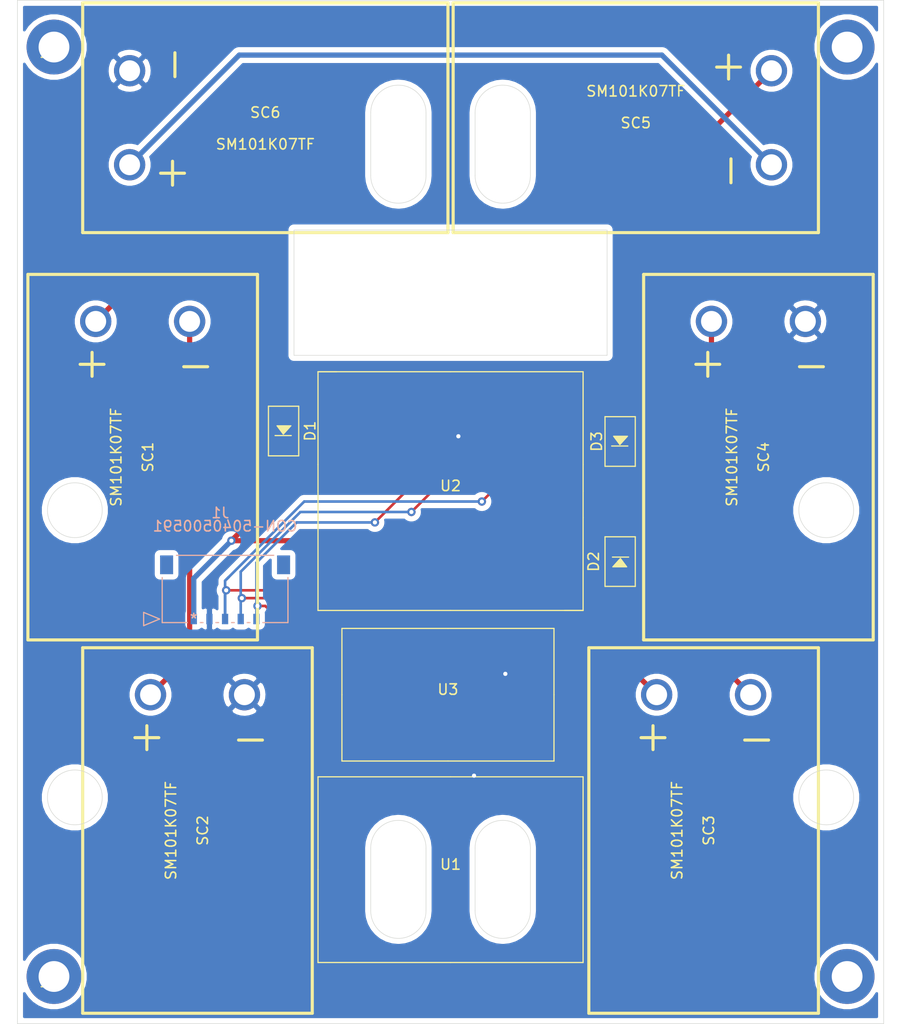
<source format=kicad_pcb>
(kicad_pcb (version 20171130) (host pcbnew "(5.1.10)-1")

  (general
    (thickness 1.6)
    (drawings 58)
    (tracks 86)
    (zones 0)
    (modules 17)
    (nets 42)
  )

  (page A4)
  (title_block
    (title "Solar Configuration for With Cutout; V4 Stucture")
    (date 2022-05-09)
    (rev 1.0)
  )

  (layers
    (0 F.Cu signal)
    (31 B.Cu signal)
    (32 B.Adhes user)
    (33 F.Adhes user)
    (34 B.Paste user)
    (35 F.Paste user)
    (36 B.SilkS user)
    (37 F.SilkS user)
    (38 B.Mask user)
    (39 F.Mask user)
    (40 Dwgs.User user hide)
    (41 Cmts.User user)
    (42 Eco1.User user)
    (43 Eco2.User user)
    (44 Edge.Cuts user)
    (45 Margin user)
    (46 B.CrtYd user)
    (47 F.CrtYd user)
    (48 B.Fab user)
    (49 F.Fab user)
  )

  (setup
    (last_trace_width 0.25)
    (user_trace_width 0.5)
    (trace_clearance 0.2)
    (zone_clearance 0.508)
    (zone_45_only no)
    (trace_min 0.25)
    (via_size 0.8)
    (via_drill 0.4)
    (via_min_size 0.8)
    (via_min_drill 0.3)
    (uvia_size 0.3)
    (uvia_drill 0.1)
    (uvias_allowed no)
    (uvia_min_size 0.3)
    (uvia_min_drill 0.1)
    (edge_width 0.05)
    (segment_width 0.2)
    (pcb_text_width 0.3)
    (pcb_text_size 1.5 1.5)
    (mod_edge_width 0.12)
    (mod_text_size 1 1)
    (mod_text_width 0.15)
    (pad_size 5.25 5.25)
    (pad_drill 2.95)
    (pad_to_mask_clearance 0)
    (aux_axis_origin 0 0)
    (grid_origin 100 147.75)
    (visible_elements 7FFFFFFF)
    (pcbplotparams
      (layerselection 0x010fc_ffffffff)
      (usegerberextensions false)
      (usegerberattributes true)
      (usegerberadvancedattributes true)
      (creategerberjobfile true)
      (excludeedgelayer true)
      (linewidth 0.100000)
      (plotframeref false)
      (viasonmask false)
      (mode 1)
      (useauxorigin false)
      (hpglpennumber 1)
      (hpglpenspeed 20)
      (hpglpendiameter 15.000000)
      (psnegative false)
      (psa4output false)
      (plotreference true)
      (plotvalue true)
      (plotinvisibletext false)
      (padsonsilk false)
      (subtractmaskfromsilk false)
      (outputformat 1)
      (mirror false)
      (drillshape 0)
      (scaleselection 1)
      (outputdirectory "Extras/WithCutout/"))
  )

  (net 0 "")
  (net 1 GND)
  (net 2 +3V3)
  (net 3 VSOLAR)
  (net 4 "Net-(SC1-Pad2)")
  (net 5 "Net-(SC3-Pad2)")
  (net 6 "Net-(D1-Pad2)")
  (net 7 "Net-(D2-Pad2)")
  (net 8 SDA)
  (net 9 SCL)
  (net 10 "Net-(U1-Pad7)")
  (net 11 "Net-(U1-Pad8)")
  (net 12 "Net-(U1-Pad9)")
  (net 13 "Net-(U1-Pad2)")
  (net 14 "Net-(U1-Pad6)")
  (net 15 "Net-(U1-Pad10)")
  (net 16 "Net-(U3-Pad9)")
  (net 17 "Net-(U3-Pad10)")
  (net 18 "Net-(U3-Pad8)")
  (net 19 "Net-(U3-Pad7)")
  (net 20 "Net-(U3-Pad6)")
  (net 21 "Net-(U3-Pad5)")
  (net 22 "Net-(D3-Pad2)")
  (net 23 "Net-(SC5-Pad2)")
  (net 24 "Net-(U2-Pad11)")
  (net 25 "Net-(U2-Pad12)")
  (net 26 "Net-(U2-Pad16)")
  (net 27 "Net-(U2-Pad7)")
  (net 28 "Net-(U2-Pad15)")
  (net 29 "Net-(U2-Pad8)")
  (net 30 "Net-(U2-Pad9)")
  (net 31 "Net-(U2-Pad10)")
  (net 32 "Net-(U2-Pad13)")
  (net 33 "Net-(U2-Pad6)")
  (net 34 "Net-(U2-Pad14)")
  (net 35 "Net-(U2-Pad2)")
  (net 36 "Net-(J1-Pad7)")
  (net 37 "Net-(J1-Pad6)")
  (net 38 "Net-(J2-Pad1)")
  (net 39 "Net-(J3-Pad1)")
  (net 40 "Net-(J4-Pad1)")
  (net 41 "Net-(J5-Pad1)")

  (net_class Default "This is the default net class."
    (clearance 0.2)
    (trace_width 0.25)
    (via_dia 0.8)
    (via_drill 0.4)
    (uvia_dia 0.3)
    (uvia_drill 0.1)
    (diff_pair_width 0.25)
    (diff_pair_gap 0.25)
    (add_net +3V3)
    (add_net GND)
    (add_net "Net-(D1-Pad2)")
    (add_net "Net-(D2-Pad2)")
    (add_net "Net-(D3-Pad2)")
    (add_net "Net-(J1-Pad6)")
    (add_net "Net-(J1-Pad7)")
    (add_net "Net-(J2-Pad1)")
    (add_net "Net-(J3-Pad1)")
    (add_net "Net-(J4-Pad1)")
    (add_net "Net-(J5-Pad1)")
    (add_net "Net-(SC1-Pad2)")
    (add_net "Net-(SC3-Pad2)")
    (add_net "Net-(SC5-Pad2)")
    (add_net "Net-(U1-Pad10)")
    (add_net "Net-(U1-Pad2)")
    (add_net "Net-(U1-Pad6)")
    (add_net "Net-(U1-Pad7)")
    (add_net "Net-(U1-Pad8)")
    (add_net "Net-(U1-Pad9)")
    (add_net "Net-(U2-Pad10)")
    (add_net "Net-(U2-Pad11)")
    (add_net "Net-(U2-Pad12)")
    (add_net "Net-(U2-Pad13)")
    (add_net "Net-(U2-Pad14)")
    (add_net "Net-(U2-Pad15)")
    (add_net "Net-(U2-Pad16)")
    (add_net "Net-(U2-Pad2)")
    (add_net "Net-(U2-Pad6)")
    (add_net "Net-(U2-Pad7)")
    (add_net "Net-(U2-Pad8)")
    (add_net "Net-(U2-Pad9)")
    (add_net "Net-(U3-Pad10)")
    (add_net "Net-(U3-Pad5)")
    (add_net "Net-(U3-Pad6)")
    (add_net "Net-(U3-Pad7)")
    (add_net "Net-(U3-Pad8)")
    (add_net "Net-(U3-Pad9)")
    (add_net SCL)
    (add_net SDA)
    (add_net VSOLAR)
  )

  (module SolarPanelBoards:MountingHoles (layer F.Cu) (tedit 6279A6EB) (tstamp 6279F188)
    (at 180 143.25)
    (path /6279F5BE)
    (fp_text reference J5 (at 0 0.5) (layer F.SilkS)
      (effects (font (size 1 1) (thickness 0.15)))
    )
    (fp_text value Conn_01x01 (at 0 -0.5) (layer F.Fab)
      (effects (font (size 1 1) (thickness 0.15)))
    )
    (pad 1 thru_hole circle (at -0.5 -0.02) (size 5.25 5.25) (drill 2.95) (layers *.Cu *.Mask)
      (net 41 "Net-(J5-Pad1)"))
  )

  (module SolarPanelBoards:MountingHoles (layer F.Cu) (tedit 6279963B) (tstamp 6279F183)
    (at 179.5 54.25)
    (path /6279E069)
    (fp_text reference J4 (at 0 0.5) (layer F.SilkS)
      (effects (font (size 1 1) (thickness 0.15)))
    )
    (fp_text value Conn_01x01 (at 0 -0.5) (layer F.Fab)
      (effects (font (size 1 1) (thickness 0.15)))
    )
    (pad 1 thru_hole circle (at 0 -0.02) (size 5.25 5.25) (drill 2.95) (layers *.Cu *.Mask)
      (net 40 "Net-(J4-Pad1)"))
  )

  (module SolarPanelBoards:MountingHoles (layer F.Cu) (tedit 6279A6DC) (tstamp 6279F17E)
    (at 103 143.25)
    (path /6279D1EE)
    (fp_text reference J3 (at 0 0.5) (layer F.SilkS)
      (effects (font (size 1 1) (thickness 0.15)))
    )
    (fp_text value Conn_01x01 (at 0 -0.5) (layer F.Fab)
      (effects (font (size 1 1) (thickness 0.15)))
    )
    (pad 1 thru_hole circle (at 0.5 -0.02) (size 5.25 5.25) (drill 2.95) (layers *.Cu *.Mask)
      (net 39 "Net-(J3-Pad1)"))
  )

  (module SolarPanelBoards:MountingHoles (layer F.Cu) (tedit 6279A43F) (tstamp 6279F179)
    (at 103 54.25)
    (path /62799E92)
    (fp_text reference J2 (at 0 0.5) (layer F.SilkS)
      (effects (font (size 1 1) (thickness 0.15)))
    )
    (fp_text value Conn_01x01 (at 0 -0.5) (layer F.Fab)
      (effects (font (size 1 1) (thickness 0.15)))
    )
    (pad 1 thru_hole circle (at 0.5 -0.02) (size 5.25 5.25) (drill 2.95) (layers *.Cu *.Mask)
      (net 38 "Net-(J2-Pad1)"))
  )

  (module SolarPanelBoards:CON_5040500591 (layer B.Cu) (tedit 62771E74) (tstamp 6277A0F7)
    (at 116.895001 109 180)
    (path /62771CDB)
    (fp_text reference J1 (at -2.54 10.16) (layer B.SilkS)
      (effects (font (size 1 1) (thickness 0.15)) (justify mirror))
    )
    (fp_text value CON-5040500591 (at -3.000002 8.89) (layer B.SilkS)
      (effects (font (size 1 1) (thickness 0.15)) (justify mirror))
    )
    (fp_line (start -10.294989 7.370001) (end -10.294989 -1.61) (layer B.CrtYd) (width 0.05))
    (fp_line (start -10.294989 -1.61) (end 4.294987 -1.61) (layer B.CrtYd) (width 0.05))
    (fp_line (start 4.294987 -1.61) (end 4.294987 7.370001) (layer B.CrtYd) (width 0.05))
    (fp_line (start 4.294987 7.370001) (end -10.294989 7.370001) (layer B.CrtYd) (width 0.05))
    (fp_line (start 3.278987 0) (end 4.802987 0.635) (layer B.SilkS) (width 0.12))
    (fp_line (start 4.802987 0.635) (end 4.802987 -0.635) (layer B.SilkS) (width 0.12))
    (fp_line (start 4.802987 -0.635) (end 3.278987 0) (layer B.SilkS) (width 0.12))
    (fp_line (start 3.278987 0) (end 4.802987 0.635) (layer B.Fab) (width 0.1))
    (fp_line (start 4.802987 0.635) (end 4.802987 -0.635) (layer B.Fab) (width 0.1))
    (fp_line (start 4.802987 -0.635) (end 3.278987 0) (layer B.Fab) (width 0.1))
    (fp_line (start -9.024989 3.96996) (end -9.024989 -0.34) (layer B.SilkS) (width 0.12))
    (fp_line (start -9.024989 -0.34) (end -6.620041 -0.34) (layer B.SilkS) (width 0.12))
    (fp_line (start 3.024988 -0.34) (end 3.024988 3.96996) (layer B.SilkS) (width 0.12))
    (fp_line (start 1.660115 6.1) (end -7.660116 6.1) (layer B.SilkS) (width 0.12))
    (fp_line (start -9.024989 -0.34) (end 3.024988 -0.34) (layer B.Fab) (width 0.1))
    (fp_line (start 3.024988 -0.34) (end 3.024988 6.100001) (layer B.Fab) (width 0.1))
    (fp_line (start 3.024988 6.100001) (end -9.024989 6.100001) (layer B.Fab) (width 0.1))
    (fp_line (start -9.024989 6.100001) (end -9.024989 -0.34) (layer B.Fab) (width 0.1))
    (fp_line (start 0.62004 -0.34) (end 3.024988 -0.34) (layer B.SilkS) (width 0.12))
    (fp_line (start -0.87996 -0.34) (end -0.62004 -0.34) (layer B.SilkS) (width 0.12))
    (fp_line (start -2.379959 -0.34) (end -2.12004 -0.34) (layer B.SilkS) (width 0.12))
    (fp_line (start -3.879961 -0.34) (end -3.620039 -0.34) (layer B.SilkS) (width 0.12))
    (fp_line (start -5.379961 -0.34) (end -5.120041 -0.34) (layer B.SilkS) (width 0.12))
    (fp_line (start -10.294989 7.370001) (end -10.294989 -1.61) (layer B.CrtYd) (width 0.05))
    (fp_line (start -10.294989 -1.61) (end 4.294987 -1.61) (layer B.CrtYd) (width 0.05))
    (fp_line (start 4.294987 -1.61) (end 4.294987 7.370001) (layer B.CrtYd) (width 0.05))
    (fp_line (start 4.294987 7.370001) (end -10.294989 7.370001) (layer B.CrtYd) (width 0.05))
    (fp_text user MAXIMUM_PACKAGE_HEIGHT:_2_MM (at -9.024989 -6.599999) (layer Cmts.User)
      (effects (font (size 1 1) (thickness 0.15)))
    )
    (fp_text user MAXIMUM_PACKAGE_HEIGHT:_2_MM (at -9.024989 -6.599999) (layer Cmts.User)
      (effects (font (size 1 1) (thickness 0.15)))
    )
    (fp_text user NOTE (at -9.024989 -4.059999) (layer Cmts.User)
      (effects (font (size 1 1) (thickness 0.15)))
    )
    (fp_text user NOTE (at -9.024989 -4.059999) (layer Cmts.User)
      (effects (font (size 1 1) (thickness 0.15)))
    )
    (fp_text user 5040500591 (at -0.206002 -2.961997) (layer B.Fab)
      (effects (font (size 1 1) (thickness 0.15)) (justify mirror))
    )
    (fp_text user * (at 0 0) (layer B.Fab)
      (effects (font (size 1 1) (thickness 0.15)) (justify mirror))
    )
    (fp_text user * (at 0 0) (layer B.SilkS)
      (effects (font (size 1 1) (thickness 0.15)) (justify mirror))
    )
    (fp_text user "Copyright 2021 Accelerated Designs. All rights reserved." (at 0 0) (layer Cmts.User)
      (effects (font (size 0.127 0.127) (thickness 0.002)))
    )
    (pad 7 smd rect (at -8.604999 5.19 180) (size 1.25 1.8) (layers B.Cu B.Paste B.Mask)
      (net 36 "Net-(J1-Pad7)"))
    (pad 6 smd rect (at 2.604999 5.19 180) (size 1.25 1.8) (layers B.Cu B.Paste B.Mask)
      (net 37 "Net-(J1-Pad6)"))
    (pad 5 smd rect (at -6.000001 0 180) (size 0.6 1) (layers B.Cu B.Paste B.Mask)
      (net 8 SDA))
    (pad 4 smd rect (at -4.500001 0 180) (size 0.6 1) (layers B.Cu B.Paste B.Mask)
      (net 9 SCL))
    (pad 3 smd rect (at -2.999999 0 180) (size 0.6 1) (layers B.Cu B.Paste B.Mask)
      (net 2 +3V3))
    (pad 2 smd rect (at -1.5 0 180) (size 0.6 1) (layers B.Cu B.Paste B.Mask)
      (net 1 GND))
    (pad 1 smd rect (at 0 0 180) (size 0.6 1) (layers B.Cu B.Paste B.Mask)
      (net 3 VSOLAR))
    (model ${KIPRJMOD}/Extras/3-DComponents/5040500591.stp
      (offset (xyz -3 4.75 1))
      (scale (xyz 1 1 1))
      (rotate (xyz 0 0 0))
    )
  )

  (module SolarPanelBoards:DO-214AC (layer F.Cu) (tedit 6275D7B7) (tstamp 62768834)
    (at 157.75 92 90)
    (descr "Diode Footprint for CDBA240LL-HF")
    (path /62735B03)
    (attr smd)
    (fp_text reference D3 (at 0 -2.25 90) (layer F.SilkS)
      (effects (font (size 1 1) (thickness 0.15)))
    )
    (fp_text value CDBA240LL-HF (at 0 -2.54 90) (layer F.Fab)
      (effects (font (size 1 1) (thickness 0.15)))
    )
    (fp_line (start -0.4318 -0.8128) (end -0.4318 0.7366) (layer F.SilkS) (width 0.12))
    (fp_poly (pts (xy 0.508 0.7112) (xy -0.3048 -0.0254) (xy 0.508 -0.635)) (layer F.SilkS) (width 0.1))
    (fp_line (start -2.375 -1.45) (end 2.375 -1.45) (layer F.SilkS) (width 0.12))
    (fp_line (start -2.375 1.45) (end -2.375 -1.45) (layer F.SilkS) (width 0.12))
    (fp_line (start 2.375 1.45) (end 2.375 -1.45) (layer F.SilkS) (width 0.12))
    (fp_line (start -2.375 1.45) (end 2.375 1.45) (layer F.SilkS) (width 0.12))
    (pad 2 smd rect (at 2 0 90) (size 2.5 1.7) (layers F.Cu F.Paste F.Mask)
      (net 22 "Net-(D3-Pad2)"))
    (pad 1 smd rect (at -2 0 90) (size 2.5 1.7) (layers F.Cu F.Paste F.Mask)
      (net 3 VSOLAR))
    (model ${KIPRJMOD}/Extras/3-DComponents/CDBA240LL-HF.STEP
      (offset (xyz -2.5 1.25 0))
      (scale (xyz 1 1 1))
      (rotate (xyz -90 0 0))
    )
  )

  (module SolarPanelBoards:DO-214AC (layer F.Cu) (tedit 6275D7B7) (tstamp 62768828)
    (at 157.75 103.5 270)
    (descr "Diode Footprint for CDBA240LL-HF")
    (path /61455D66)
    (attr smd)
    (fp_text reference D2 (at 0 2.54 90) (layer F.SilkS)
      (effects (font (size 1 1) (thickness 0.15)))
    )
    (fp_text value CDBA240LL-HF (at 0 -2.54 90) (layer F.Fab)
      (effects (font (size 1 1) (thickness 0.15)))
    )
    (fp_line (start -0.4318 -0.8128) (end -0.4318 0.7366) (layer F.SilkS) (width 0.12))
    (fp_poly (pts (xy 0.508 0.7112) (xy -0.3048 -0.0254) (xy 0.508 -0.635)) (layer F.SilkS) (width 0.1))
    (fp_line (start -2.375 -1.45) (end 2.375 -1.45) (layer F.SilkS) (width 0.12))
    (fp_line (start -2.375 1.45) (end -2.375 -1.45) (layer F.SilkS) (width 0.12))
    (fp_line (start 2.375 1.45) (end 2.375 -1.45) (layer F.SilkS) (width 0.12))
    (fp_line (start -2.375 1.45) (end 2.375 1.45) (layer F.SilkS) (width 0.12))
    (pad 2 smd rect (at 2 0 270) (size 2.5 1.7) (layers F.Cu F.Paste F.Mask)
      (net 7 "Net-(D2-Pad2)"))
    (pad 1 smd rect (at -2 0 270) (size 2.5 1.7) (layers F.Cu F.Paste F.Mask)
      (net 3 VSOLAR))
    (model ${KIPRJMOD}/Extras/3-DComponents/CDBA240LL-HF.STEP
      (offset (xyz -2.5 1.25 0))
      (scale (xyz 1 1 1))
      (rotate (xyz -90 0 0))
    )
  )

  (module SolarPanelBoards:DO-214AC (layer F.Cu) (tedit 6275D7B7) (tstamp 6276881C)
    (at 125.5 91 90)
    (descr "Diode Footprint for CDBA240LL-HF")
    (path /61067859)
    (attr smd)
    (fp_text reference D1 (at 0 2.54 90) (layer F.SilkS)
      (effects (font (size 1 1) (thickness 0.15)))
    )
    (fp_text value CDBA240LL-HF (at 0 -2.54 90) (layer F.Fab)
      (effects (font (size 1 1) (thickness 0.15)))
    )
    (fp_line (start -0.4318 -0.8128) (end -0.4318 0.7366) (layer F.SilkS) (width 0.12))
    (fp_poly (pts (xy 0.508 0.7112) (xy -0.3048 -0.0254) (xy 0.508 -0.635)) (layer F.SilkS) (width 0.1))
    (fp_line (start -2.375 -1.45) (end 2.375 -1.45) (layer F.SilkS) (width 0.12))
    (fp_line (start -2.375 1.45) (end -2.375 -1.45) (layer F.SilkS) (width 0.12))
    (fp_line (start 2.375 1.45) (end 2.375 -1.45) (layer F.SilkS) (width 0.12))
    (fp_line (start -2.375 1.45) (end 2.375 1.45) (layer F.SilkS) (width 0.12))
    (pad 2 smd rect (at 2 0 90) (size 2.5 1.7) (layers F.Cu F.Paste F.Mask)
      (net 6 "Net-(D1-Pad2)"))
    (pad 1 smd rect (at -2 0 90) (size 2.5 1.7) (layers F.Cu F.Paste F.Mask)
      (net 3 VSOLAR))
    (model ${KIPRJMOD}/Extras/3-DComponents/CDBA240LL-HF.STEP
      (offset (xyz -2.5 1.25 0))
      (scale (xyz 1 1 1))
      (rotate (xyz -90 0 0))
    )
  )

  (module SolarPanelBoards:MCP9808 (layer F.Cu) (tedit 6275D907) (tstamp 627680BE)
    (at 141.25 116.25 180)
    (path /62748135)
    (fp_text reference U3 (at 0 0.5) (layer F.SilkS)
      (effects (font (size 1 1) (thickness 0.15)))
    )
    (fp_text value MCP9808_Breakout (at 0 -0.5) (layer F.Fab)
      (effects (font (size 1 1) (thickness 0.15)))
    )
    (fp_line (start 0 -6.35) (end -10.16 -6.35) (layer F.SilkS) (width 0.12))
    (fp_line (start -10.16 -6.35) (end -10.16 0) (layer F.SilkS) (width 0.12))
    (fp_line (start 0 -6.35) (end 10.16 -6.35) (layer F.SilkS) (width 0.12))
    (fp_line (start 10.16 -6.35) (end 10.16 0) (layer F.SilkS) (width 0.12))
    (fp_line (start -10.16 6.35) (end -10.16 0) (layer F.SilkS) (width 0.12))
    (fp_line (start 0 6.35) (end -10.16 6.35) (layer F.SilkS) (width 0.12))
    (fp_line (start 10.16 6.35) (end 10.16 0) (layer F.SilkS) (width 0.12))
    (fp_line (start 0 6.35) (end 10.16 6.35) (layer F.SilkS) (width 0.12))
    (pad 9 smd circle (at -7.62 -3.81 180) (size 4 4) (layers F.Cu F.Paste F.Mask)
      (net 16 "Net-(U3-Pad9)"))
    (pad 10 smd circle (at 7.62 -3.81 180) (size 4 4) (layers F.Cu F.Paste F.Mask)
      (net 17 "Net-(U3-Pad10)"))
    (pad 3 smd circle (at -3.81 4.064 180) (size 2 2) (layers F.Cu F.Paste F.Mask)
      (net 9 SCL))
    (pad 4 smd circle (at -1.27 4.064 180) (size 2 2) (layers F.Cu F.Paste F.Mask)
      (net 8 SDA))
    (pad 1 smd circle (at -8.89 4.064 180) (size 2 2) (layers F.Cu F.Paste F.Mask)
      (net 2 +3V3))
    (pad 2 smd circle (at -6.35 4.064 180) (size 2 2) (layers F.Cu F.Paste F.Mask)
      (net 1 GND))
    (pad 8 smd circle (at 8.89 4.064 180) (size 2 2) (layers F.Cu F.Paste F.Mask)
      (net 18 "Net-(U3-Pad8)"))
    (pad 7 smd circle (at 6.35 4.064 180) (size 2 2) (layers F.Cu F.Paste F.Mask)
      (net 19 "Net-(U3-Pad7)"))
    (pad 6 smd circle (at 3.81 4.064 180) (size 2 2) (layers F.Cu F.Paste F.Mask)
      (net 20 "Net-(U3-Pad6)"))
    (pad 5 smd circle (at 1.27 4.064 180) (size 2 2) (layers F.Cu F.Paste F.Mask)
      (net 21 "Net-(U3-Pad5)"))
    (model ${KIPRJMOD}/Extras/3-DComponents/MCP9808.STEP
      (offset (xyz -10.5 -6.5 0))
      (scale (xyz 1 1 1))
      (rotate (xyz -90 0 0))
    )
  )

  (module SolarPanelBoards:BNO080 (layer F.Cu) (tedit 6275D6A8) (tstamp 627680A8)
    (at 141.5 96.75 180)
    (path /6273EE4A)
    (fp_text reference U2 (at 0 0.5) (layer F.SilkS)
      (effects (font (size 1 1) (thickness 0.15)))
    )
    (fp_text value BNO080_Breakout (at 0 -0.5) (layer F.Fab)
      (effects (font (size 1 1) (thickness 0.15)))
    )
    (fp_line (start 0 11.43) (end 12.7 11.43) (layer F.SilkS) (width 0.12))
    (fp_line (start 12.7 2.54) (end 12.7 11.43) (layer F.SilkS) (width 0.12))
    (fp_line (start 0 11.43) (end -12.7 11.43) (layer F.SilkS) (width 0.12))
    (fp_line (start -12.7 2.54) (end -12.7 11.43) (layer F.SilkS) (width 0.12))
    (fp_line (start 12.7 11.43) (end 10.922 11.43) (layer F.SilkS) (width 0.12))
    (fp_line (start 12.7 2.54) (end 12.7 0) (layer F.SilkS) (width 0.12))
    (fp_line (start -12.7 2.54) (end -12.7 0) (layer F.SilkS) (width 0.12))
    (fp_line (start 12.7 -2.54) (end 12.7 0) (layer F.SilkS) (width 0.12))
    (fp_line (start 0 -11.43) (end 12.7 -11.43) (layer F.SilkS) (width 0.12))
    (fp_line (start 0 -11.43) (end -12.7 -11.43) (layer F.SilkS) (width 0.12))
    (fp_line (start -12.7 -11.43) (end -10.922 -11.43) (layer F.SilkS) (width 0.12))
    (fp_line (start -12.7 -2.54) (end -12.7 0) (layer F.SilkS) (width 0.12))
    (fp_line (start -12.7 -2.54) (end -12.7 -11.43) (layer F.SilkS) (width 0.12))
    (fp_line (start 12.7 -2.54) (end 12.7 -11.43) (layer F.SilkS) (width 0.12))
    (pad 11 smd circle (at 3.81 -8.89) (size 2 2) (layers F.Cu F.Paste F.Mask)
      (net 24 "Net-(U2-Pad11)"))
    (pad 12 smd circle (at 6.35 -8.89) (size 2 2) (layers F.Cu F.Paste F.Mask)
      (net 25 "Net-(U2-Pad12)"))
    (pad 16 smd circle (at 10.16 -8.89) (size 4 4) (layers F.Cu F.Paste F.Mask)
      (net 26 "Net-(U2-Pad16)"))
    (pad 7 smd circle (at -6.35 -8.89) (size 2 2) (layers F.Cu F.Paste F.Mask)
      (net 27 "Net-(U2-Pad7)"))
    (pad 15 smd circle (at -10.16 -8.89) (size 4 4) (layers F.Cu F.Paste F.Mask)
      (net 28 "Net-(U2-Pad15)"))
    (pad 8 smd circle (at -3.81 -8.89) (size 2 2) (layers F.Cu F.Paste F.Mask)
      (net 29 "Net-(U2-Pad8)"))
    (pad 9 smd circle (at -1.27 -8.89) (size 2 2) (layers F.Cu F.Paste F.Mask)
      (net 30 "Net-(U2-Pad9)"))
    (pad 10 smd circle (at 1.27 -8.89) (size 2 2) (layers F.Cu F.Paste F.Mask)
      (net 31 "Net-(U2-Pad10)"))
    (pad 13 smd circle (at -10.16 8.89 180) (size 4 4) (layers F.Cu F.Paste F.Mask)
      (net 32 "Net-(U2-Pad13)"))
    (pad 2 smd circle (at -3.81 8.89 180) (size 2 2) (layers F.Cu F.Paste F.Mask)
      (net 35 "Net-(U2-Pad2)"))
    (pad 3 smd circle (at -1.27 8.89 180) (size 2 2) (layers F.Cu F.Paste F.Mask)
      (net 1 GND))
    (pad 1 smd circle (at -6.35 8.89 180) (size 2 2) (layers F.Cu F.Paste F.Mask)
      (net 2 +3V3))
    (pad 6 smd circle (at 6.35 8.89 180) (size 2 2) (layers F.Cu F.Paste F.Mask)
      (net 33 "Net-(U2-Pad6)"))
    (pad 5 smd circle (at 3.81 8.89 180) (size 2 2) (layers F.Cu F.Paste F.Mask)
      (net 8 SDA))
    (pad 4 smd circle (at 1.27 8.89 180) (size 2 2) (layers F.Cu F.Paste F.Mask)
      (net 9 SCL))
    (pad 14 smd circle (at 10.16 8.89 180) (size 4 4) (layers F.Cu F.Paste F.Mask)
      (net 34 "Net-(U2-Pad14)"))
    (model ${KIPRJMOD}/Extras/3-DComponents/BNO085.STEP
      (offset (xyz 12.75 11.5 0))
      (scale (xyz 1 1 1))
      (rotate (xyz 90 180 0))
    )
  )

  (module SolarPanelBoards:APDS9960 (layer F.Cu) (tedit 6275D630) (tstamp 6279A1F0)
    (at 141.5 133 180)
    (path /6273B54B)
    (fp_text reference U1 (at 0 0.5) (layer F.SilkS)
      (effects (font (size 1 1) (thickness 0.15)))
    )
    (fp_text value APDS9960_Breakout (at 0 -0.5) (layer F.Fab)
      (effects (font (size 1 1) (thickness 0.15)))
    )
    (fp_line (start -12.7 0) (end -12.7 -8.89) (layer F.SilkS) (width 0.12))
    (fp_line (start 0 -8.89) (end -12.7 -8.89) (layer F.SilkS) (width 0.12))
    (fp_line (start 0 -8.89) (end 12.7 -8.89) (layer F.SilkS) (width 0.12))
    (fp_line (start 12.7 0) (end 12.7 -8.89) (layer F.SilkS) (width 0.12))
    (fp_line (start -12.7 0) (end -12.7 8.89) (layer F.SilkS) (width 0.12))
    (fp_line (start 0 8.89) (end -12.7 8.89) (layer F.SilkS) (width 0.12))
    (fp_line (start 12.7 0) (end 12.7 8.89) (layer F.SilkS) (width 0.12))
    (fp_line (start 0 8.89) (end 12.7 8.89) (layer F.SilkS) (width 0.12))
    (pad 7 smd circle (at -10.16 -6.35) (size 4 4) (layers F.Cu F.Paste F.Mask)
      (net 10 "Net-(U1-Pad7)"))
    (pad 8 smd circle (at 10.16 -6.35) (size 4 4) (layers F.Cu F.Paste F.Mask)
      (net 11 "Net-(U1-Pad8)"))
    (pad 9 smd circle (at -10.16 6.35 180) (size 4 4) (layers F.Cu F.Paste F.Mask)
      (net 12 "Net-(U1-Pad9)"))
    (pad 2 smd circle (at -3.81 6.35 180) (size 2 2) (layers F.Cu F.Paste F.Mask)
      (net 13 "Net-(U1-Pad2)"))
    (pad 3 smd circle (at -1.27 6.35 180) (size 2 2) (layers F.Cu F.Paste F.Mask)
      (net 1 GND))
    (pad 1 smd circle (at -6.35 6.35 180) (size 2 2) (layers F.Cu F.Paste F.Mask)
      (net 2 +3V3))
    (pad 6 smd circle (at 6.35 6.35 180) (size 2 2) (layers F.Cu F.Paste F.Mask)
      (net 14 "Net-(U1-Pad6)"))
    (pad 5 smd circle (at 3.81 6.35 180) (size 2 2) (layers F.Cu F.Paste F.Mask)
      (net 8 SDA))
    (pad 4 smd circle (at 1.27 6.35 180) (size 2 2) (layers F.Cu F.Paste F.Mask)
      (net 9 SCL))
    (pad 10 smd circle (at 10.16 6.35 180) (size 4 4) (layers F.Cu F.Paste F.Mask)
      (net 15 "Net-(U1-Pad10)"))
    (model ${KIPRJMOD}/Extras/3-DComponents/APDS9960.STEP
      (offset (xyz 12.75 8.75 0))
      (scale (xyz 1 1 1))
      (rotate (xyz 90 180 0))
    )
  )

  (module SolarPanelBoards:SM101K07TF (layer F.Cu) (tedit 6275D59F) (tstamp 62767846)
    (at 123.75 61 180)
    (path /62735AF7)
    (fp_text reference SC6 (at 0 0.5) (layer F.SilkS)
      (effects (font (size 1 1) (thickness 0.15)))
    )
    (fp_text value SM101K07TF (at 0 -2.54) (layer F.SilkS)
      (effects (font (size 1 1) (thickness 0.15)))
    )
    (fp_line (start -17.5 -11) (end 17.5 -11) (layer F.SilkS) (width 0.3))
    (fp_line (start 17.5 -11) (end 17.5 11) (layer F.SilkS) (width 0.3))
    (fp_line (start 17.5 11) (end -17.5 11) (layer F.SilkS) (width 0.3))
    (fp_line (start -17.5 11) (end -17.5 -11) (layer F.SilkS) (width 0.3))
    (fp_text user - (at 8.89 5.08 90) (layer F.SilkS)
      (effects (font (size 3 3) (thickness 0.3)))
    )
    (fp_text user + (at 8.89 -5.08) (layer F.SilkS)
      (effects (font (size 3 3) (thickness 0.3)))
    )
    (pad 2 thru_hole circle (at 13 4.5 180) (size 3 3) (drill 2) (layers *.Cu *.Mask)
      (net 1 GND))
    (pad 1 thru_hole circle (at 13 -4.5 180) (size 3 3) (drill 2) (layers *.Cu *.Mask)
      (net 23 "Net-(SC5-Pad2)"))
    (model ${KIPRJMOD}/Extras/3-DComponents/SM101K07TF.STEP
      (offset (xyz 17.5 -11 0))
      (scale (xyz 1 1 1))
      (rotate (xyz 90 180 90))
    )
  )

  (module SolarPanelBoards:SM101K07TF (layer F.Cu) (tedit 6275D59F) (tstamp 6276783A)
    (at 159.25 61)
    (path /62735AFD)
    (fp_text reference SC5 (at 0 0.5) (layer F.SilkS)
      (effects (font (size 1 1) (thickness 0.15)))
    )
    (fp_text value SM101K07TF (at 0 -2.54) (layer F.SilkS)
      (effects (font (size 1 1) (thickness 0.15)))
    )
    (fp_line (start -17.5 -11) (end 17.5 -11) (layer F.SilkS) (width 0.3))
    (fp_line (start 17.5 -11) (end 17.5 11) (layer F.SilkS) (width 0.3))
    (fp_line (start 17.5 11) (end -17.5 11) (layer F.SilkS) (width 0.3))
    (fp_line (start -17.5 11) (end -17.5 -11) (layer F.SilkS) (width 0.3))
    (fp_text user - (at 8.89 5.08 90) (layer F.SilkS)
      (effects (font (size 3 3) (thickness 0.3)))
    )
    (fp_text user + (at 8.89 -5.08) (layer F.SilkS)
      (effects (font (size 3 3) (thickness 0.3)))
    )
    (pad 2 thru_hole circle (at 13 4.5) (size 3 3) (drill 2) (layers *.Cu *.Mask)
      (net 23 "Net-(SC5-Pad2)"))
    (pad 1 thru_hole circle (at 13 -4.5) (size 3 3) (drill 2) (layers *.Cu *.Mask)
      (net 22 "Net-(D3-Pad2)"))
    (model ${KIPRJMOD}/Extras/3-DComponents/SM101K07TF.STEP
      (offset (xyz 17.5 -11 0))
      (scale (xyz 1 1 1))
      (rotate (xyz 90 180 90))
    )
  )

  (module SolarPanelBoards:SM101K07TF (layer F.Cu) (tedit 6275D59F) (tstamp 6276782E)
    (at 171 93.5 90)
    (path /61285A7B)
    (fp_text reference SC4 (at 0 0.5 90) (layer F.SilkS)
      (effects (font (size 1 1) (thickness 0.15)))
    )
    (fp_text value SM101K07TF (at 0 -2.54 90) (layer F.SilkS)
      (effects (font (size 1 1) (thickness 0.15)))
    )
    (fp_line (start -17.5 -11) (end 17.5 -11) (layer F.SilkS) (width 0.3))
    (fp_line (start 17.5 -11) (end 17.5 11) (layer F.SilkS) (width 0.3))
    (fp_line (start 17.5 11) (end -17.5 11) (layer F.SilkS) (width 0.3))
    (fp_line (start -17.5 11) (end -17.5 -11) (layer F.SilkS) (width 0.3))
    (fp_text user - (at 8.89 5.08) (layer F.SilkS)
      (effects (font (size 3 3) (thickness 0.3)))
    )
    (fp_text user + (at 8.89 -5.08 90) (layer F.SilkS)
      (effects (font (size 3 3) (thickness 0.3)))
    )
    (pad 2 thru_hole circle (at 13 4.5 90) (size 3 3) (drill 2) (layers *.Cu *.Mask)
      (net 1 GND))
    (pad 1 thru_hole circle (at 13 -4.5 90) (size 3 3) (drill 2) (layers *.Cu *.Mask)
      (net 5 "Net-(SC3-Pad2)"))
    (model ${KIPRJMOD}/Extras/3-DComponents/SM101K07TF.STEP
      (offset (xyz 17.5 -11 0))
      (scale (xyz 1 1 1))
      (rotate (xyz 90 180 90))
    )
  )

  (module SolarPanelBoards:SM101K07TF (layer F.Cu) (tedit 6275D59F) (tstamp 62767822)
    (at 165.75 129.25 90)
    (path /6128524D)
    (fp_text reference SC3 (at 0 0.5 90) (layer F.SilkS)
      (effects (font (size 1 1) (thickness 0.15)))
    )
    (fp_text value SM101K07TF (at 0 -2.54 90) (layer F.SilkS)
      (effects (font (size 1 1) (thickness 0.15)))
    )
    (fp_line (start -17.5 -11) (end 17.5 -11) (layer F.SilkS) (width 0.3))
    (fp_line (start 17.5 -11) (end 17.5 11) (layer F.SilkS) (width 0.3))
    (fp_line (start 17.5 11) (end -17.5 11) (layer F.SilkS) (width 0.3))
    (fp_line (start -17.5 11) (end -17.5 -11) (layer F.SilkS) (width 0.3))
    (fp_text user - (at 8.89 5.08) (layer F.SilkS)
      (effects (font (size 3 3) (thickness 0.3)))
    )
    (fp_text user + (at 8.89 -5.08 90) (layer F.SilkS)
      (effects (font (size 3 3) (thickness 0.3)))
    )
    (pad 2 thru_hole circle (at 13 4.5 90) (size 3 3) (drill 2) (layers *.Cu *.Mask)
      (net 5 "Net-(SC3-Pad2)"))
    (pad 1 thru_hole circle (at 13 -4.5 90) (size 3 3) (drill 2) (layers *.Cu *.Mask)
      (net 7 "Net-(D2-Pad2)"))
    (model ${KIPRJMOD}/Extras/3-DComponents/SM101K07TF.STEP
      (offset (xyz 17.5 -11 0))
      (scale (xyz 1 1 1))
      (rotate (xyz 90 180 90))
    )
  )

  (module SolarPanelBoards:SM101K07TF (layer F.Cu) (tedit 6275D59F) (tstamp 62767816)
    (at 117.25 129.25 90)
    (path /612849A3)
    (fp_text reference SC2 (at 0 0.5 90) (layer F.SilkS)
      (effects (font (size 1 1) (thickness 0.15)))
    )
    (fp_text value SM101K07TF (at 0 -2.54 90) (layer F.SilkS)
      (effects (font (size 1 1) (thickness 0.15)))
    )
    (fp_line (start -17.5 -11) (end 17.5 -11) (layer F.SilkS) (width 0.3))
    (fp_line (start 17.5 -11) (end 17.5 11) (layer F.SilkS) (width 0.3))
    (fp_line (start 17.5 11) (end -17.5 11) (layer F.SilkS) (width 0.3))
    (fp_line (start -17.5 11) (end -17.5 -11) (layer F.SilkS) (width 0.3))
    (fp_text user - (at 8.89 5.08) (layer F.SilkS)
      (effects (font (size 3 3) (thickness 0.3)))
    )
    (fp_text user + (at 8.89 -5.08 90) (layer F.SilkS)
      (effects (font (size 3 3) (thickness 0.3)))
    )
    (pad 2 thru_hole circle (at 13 4.5 90) (size 3 3) (drill 2) (layers *.Cu *.Mask)
      (net 1 GND))
    (pad 1 thru_hole circle (at 13 -4.5 90) (size 3 3) (drill 2) (layers *.Cu *.Mask)
      (net 4 "Net-(SC1-Pad2)"))
    (model ${KIPRJMOD}/Extras/3-DComponents/SM101K07TF.STEP
      (offset (xyz 17.5 -11 0))
      (scale (xyz 1 1 1))
      (rotate (xyz 90 180 90))
    )
  )

  (module SolarPanelBoards:SM101K07TF (layer F.Cu) (tedit 6275D59F) (tstamp 6276780A)
    (at 112 93.5 90)
    (path /6143BD42)
    (fp_text reference SC1 (at 0 0.5 90) (layer F.SilkS)
      (effects (font (size 1 1) (thickness 0.15)))
    )
    (fp_text value SM101K07TF (at 0 -2.54 90) (layer F.SilkS)
      (effects (font (size 1 1) (thickness 0.15)))
    )
    (fp_line (start -17.5 -11) (end 17.5 -11) (layer F.SilkS) (width 0.3))
    (fp_line (start 17.5 -11) (end 17.5 11) (layer F.SilkS) (width 0.3))
    (fp_line (start 17.5 11) (end -17.5 11) (layer F.SilkS) (width 0.3))
    (fp_line (start -17.5 11) (end -17.5 -11) (layer F.SilkS) (width 0.3))
    (fp_text user - (at 8.89 5.08) (layer F.SilkS)
      (effects (font (size 3 3) (thickness 0.3)))
    )
    (fp_text user + (at 8.89 -5.08 90) (layer F.SilkS)
      (effects (font (size 3 3) (thickness 0.3)))
    )
    (pad 2 thru_hole circle (at 13 4.5 90) (size 3 3) (drill 2) (layers *.Cu *.Mask)
      (net 4 "Net-(SC1-Pad2)"))
    (pad 1 thru_hole circle (at 13 -4.5 90) (size 3 3) (drill 2) (layers *.Cu *.Mask)
      (net 6 "Net-(D1-Pad2)"))
    (model ${KIPRJMOD}/Extras/3-DComponents/SM101K07TF.STEP
      (offset (xyz 17.5 -11 0))
      (scale (xyz 1 1 1))
      (rotate (xyz 90 180 90))
    )
  )

  (gr_circle (center 103.5 54.230004) (end 106.125 54.230004) (layer Dwgs.User) (width 0.2) (tstamp 62734B1C))
  (gr_circle (center 103.5 54.230004) (end 104.975 54.230004) (layer Dwgs.User) (width 0.2))
  (gr_line (start 126.5 83.75) (end 126.5 71.75) (layer Edge.Cuts) (width 0.05) (tstamp 62769F9E))
  (gr_line (start 156.5 83.75) (end 126.5 83.75) (layer Edge.Cuts) (width 0.05))
  (gr_line (start 156.5 71.75) (end 156.5 83.75) (layer Edge.Cuts) (width 0.05))
  (gr_line (start 126.5 71.75) (end 156.5 71.75) (layer Edge.Cuts) (width 0.05))
  (gr_line (start 156.5 83.730004) (end 156.5 71.730004) (layer Dwgs.User) (width 0.2))
  (gr_arc (start 146.5 136.93) (end 143.85 136.93) (angle -180) (layer Edge.Cuts) (width 0.05))
  (gr_arc (start 146.5 130.93) (end 149.15 130.93) (angle -180) (layer Edge.Cuts) (width 0.05))
  (gr_arc (start 136.5 136.93) (end 133.85 136.93) (angle -180) (layer Edge.Cuts) (width 0.05))
  (gr_arc (start 136.5 130.93) (end 139.15 130.93) (angle -180) (layer Edge.Cuts) (width 0.05))
  (gr_arc (start 146.5 66.53) (end 143.85 66.53) (angle -180) (layer Edge.Cuts) (width 0.05))
  (gr_arc (start 146.5 60.53) (end 149.15 60.53) (angle -180) (layer Edge.Cuts) (width 0.05))
  (gr_arc (start 136.5 66.53) (end 133.85 66.53) (angle -180) (layer Edge.Cuts) (width 0.05))
  (gr_arc (start 136.5 60.53) (end 139.15 60.53) (angle -180) (layer Edge.Cuts) (width 0.05))
  (gr_line (start 141.5 50.25) (end 141.5 147.75) (layer Dwgs.User) (width 0.15))
  (gr_line (start 141.5 49.75) (end 141.5 50.25) (layer Dwgs.User) (width 0.15))
  (gr_line (start 149.15 136.93) (end 149.15 130.93) (layer Edge.Cuts) (width 0.05) (tstamp 62735BAE))
  (gr_line (start 143.85 130.93) (end 143.85 136.93) (layer Edge.Cuts) (width 0.05) (tstamp 62735BAD))
  (gr_line (start 139.15 136.93) (end 139.15 130.93) (layer Edge.Cuts) (width 0.05) (tstamp 62735BAC))
  (gr_line (start 133.85 130.93) (end 133.85 136.93) (layer Edge.Cuts) (width 0.05) (tstamp 62735BAB))
  (gr_line (start 149.15 60.53) (end 149.15 66.53) (layer Edge.Cuts) (width 0.05) (tstamp 62735BA9))
  (gr_line (start 143.85 60.53) (end 143.85 66.53) (layer Edge.Cuts) (width 0.05) (tstamp 62735BA8))
  (gr_line (start 139.15 60.53) (end 139.15 66.53) (layer Edge.Cuts) (width 0.05) (tstamp 62735BA7))
  (gr_line (start 133.85 66.53) (end 133.85 60.53) (layer Edge.Cuts) (width 0.05) (tstamp 62735BA6))
  (gr_circle (center 179.5 54.230004) (end 182.125 54.230004) (layer Dwgs.User) (width 0.2) (tstamp 62734B1C))
  (gr_circle (center 179.5 143.230004) (end 182.125 143.230004) (layer Dwgs.User) (width 0.2) (tstamp 62734B1C))
  (gr_circle (center 103.5 143.230004) (end 106.125 143.230004) (layer Dwgs.User) (width 0.2) (tstamp 62734B1C))
  (gr_line (start 183 49.730004) (end 100 49.730004) (layer Dwgs.User) (width 0.2))
  (gr_line (start 156.5 71.730004) (end 126.5 71.730004) (layer Dwgs.User) (width 0.2))
  (gr_line (start 126.5 83.730004) (end 156.5 83.730004) (layer Dwgs.User) (width 0.2))
  (gr_line (start 183 147.730004) (end 183 49.730004) (layer Dwgs.User) (width 0.2))
  (gr_line (start 100 49.730004) (end 100 147.730004) (layer Dwgs.User) (width 0.2))
  (gr_line (start 126.5 71.730004) (end 126.5 83.730004) (layer Dwgs.User) (width 0.2))
  (gr_line (start 100 147.730004) (end 183 147.730004) (layer Dwgs.User) (width 0.2))
  (gr_circle (center 179.5 54.230004) (end 180.975 54.230004) (layer Dwgs.User) (width 0.2))
  (gr_circle (center 136.5 66.530004) (end 139.125001 66.530004) (layer Dwgs.User) (width 0.2))
  (gr_circle (center 136.5 130.930004) (end 139.125 130.930004) (layer Dwgs.User) (width 0.2))
  (gr_circle (center 179.5 143.230004) (end 180.975 143.230004) (layer Dwgs.User) (width 0.2))
  (gr_circle (center 136.5 60.530004) (end 139.125001 60.530004) (layer Dwgs.User) (width 0.2))
  (gr_circle (center 177.5 98.580004) (end 180.125 98.580004) (layer Dwgs.User) (width 0.2))
  (gr_circle (center 146.5 136.930004) (end 149.125 136.930004) (layer Dwgs.User) (width 0.2))
  (gr_circle (center 103.5 143.230004) (end 104.975 143.230004) (layer Dwgs.User) (width 0.2))
  (gr_circle (center 136.5 136.930004) (end 139.125001 136.930004) (layer Dwgs.User) (width 0.2))
  (gr_circle (center 146.5 60.530004) (end 149.125 60.530004) (layer Dwgs.User) (width 0.2))
  (gr_circle (center 177.5 126.080004) (end 180.124999 126.080004) (layer Dwgs.User) (width 0.2))
  (gr_circle (center 146.5 66.530004) (end 149.125 66.530004) (layer Dwgs.User) (width 0.2))
  (gr_circle (center 146.5 130.930004) (end 149.124999 130.930004) (layer Dwgs.User) (width 0.2))
  (gr_circle (center 105.5 98.580004) (end 108.125 98.580004) (layer Dwgs.User) (width 0.2))
  (gr_circle (center 105.5 126.080004) (end 108.125 126.080004) (layer Dwgs.User) (width 0.2))
  (gr_circle (center 177.5 98.58) (end 180.125 98.58) (layer Edge.Cuts) (width 0.05) (tstamp 6274BAD1))
  (gr_circle (center 177.5 126.08) (end 180.125 126.08) (layer Edge.Cuts) (width 0.05) (tstamp 6274BAD1))
  (gr_circle (center 105.5 126.08) (end 108.125 126.08) (layer Edge.Cuts) (width 0.05) (tstamp 6274BAD1))
  (gr_circle (center 105.5 98.58) (end 108.125 98.58) (layer Edge.Cuts) (width 0.05))
  (gr_line (start 183 49.75) (end 100 49.75) (layer Edge.Cuts) (width 0.05) (tstamp 6274BA62))
  (gr_line (start 183 147.75) (end 183 49.75) (layer Edge.Cuts) (width 0.05))
  (gr_line (start 100 147.75) (end 183 147.75) (layer Edge.Cuts) (width 0.05))
  (gr_line (start 100 49.75) (end 100 147.75) (layer Edge.Cuts) (width 0.05))

  (segment (start 142.77 88.86) (end 142.77 90.98) (width 0.25) (layer F.Cu) (net 1))
  (segment (start 142.77 90.98) (end 142.25 91.5) (width 0.25) (layer F.Cu) (net 1))
  (segment (start 142.25 91.5) (end 142.25 91.5) (width 0.25) (layer F.Cu) (net 1) (tstamp 62752180))
  (via (at 142.25 91.5) (size 0.8) (drill 0.4) (layers F.Cu B.Cu) (net 1))
  (segment (start 147.85 112.436) (end 146.75 113.536) (width 0.25) (layer F.Cu) (net 1))
  (segment (start 146.75 113.536) (end 146.75 114.25) (width 0.25) (layer F.Cu) (net 1))
  (segment (start 146.75 114.25) (end 146.75 114.25) (width 0.25) (layer F.Cu) (net 1) (tstamp 62752182))
  (via (at 146.75 114.25) (size 0.8) (drill 0.4) (layers F.Cu B.Cu) (net 1))
  (segment (start 142.77 126.4) (end 142.77 124.98) (width 0.25) (layer F.Cu) (net 1))
  (segment (start 142.77 124.98) (end 143.75 124) (width 0.25) (layer F.Cu) (net 1))
  (segment (start 143.75 124) (end 143.75 124) (width 0.25) (layer F.Cu) (net 1) (tstamp 627522AB))
  (via (at 143.75 124) (size 0.8) (drill 0.4) (layers F.Cu B.Cu) (net 1))
  (segment (start 150.39 112.436) (end 146.076 116.75) (width 0.25) (layer F.Cu) (net 2))
  (segment (start 147.85 126.4) (end 146 124.55) (width 0.25) (layer F.Cu) (net 2))
  (segment (start 146 116.826) (end 146.076 116.75) (width 0.25) (layer F.Cu) (net 2))
  (segment (start 146 124.55) (end 146 116.826) (width 0.25) (layer F.Cu) (net 2))
  (segment (start 144.5 97.75) (end 144.5 97.75) (width 0.25) (layer B.Cu) (net 2) (tstamp 62752107))
  (via (at 144.5 97.75) (size 0.8) (drill 0.4) (layers F.Cu B.Cu) (net 2))
  (segment (start 147.85 94.4) (end 144.5 97.75) (width 0.25) (layer F.Cu) (net 2))
  (segment (start 147.85 88.86) (end 147.85 94.4) (width 0.25) (layer F.Cu) (net 2))
  (via (at 120 106.25) (size 0.8) (drill 0.4) (layers F.Cu B.Cu) (net 2))
  (segment (start 150.39 112.436) (end 147.80398 109.84998) (width 0.25) (layer F.Cu) (net 2))
  (segment (start 147.80398 109.84998) (end 127.84998 109.84998) (width 0.25) (layer F.Cu) (net 2))
  (segment (start 124.25 106.25) (end 120 106.25) (width 0.25) (layer F.Cu) (net 2))
  (segment (start 127.84998 109.84998) (end 124.25 106.25) (width 0.25) (layer F.Cu) (net 2))
  (segment (start 119.895 109) (end 119.895 106.605) (width 0.25) (layer B.Cu) (net 2))
  (segment (start 127.47718 97.75) (end 144.5 97.75) (width 0.25) (layer B.Cu) (net 2))
  (segment (start 119.895 105.33218) (end 120.23859 104.98859) (width 0.25) (layer B.Cu) (net 2))
  (segment (start 120.23859 104.98859) (end 127.47718 97.75) (width 0.25) (layer B.Cu) (net 2))
  (segment (start 119.895 109) (end 119.895 105.33218) (width 0.25) (layer B.Cu) (net 2))
  (segment (start 120 105.22718) (end 120.23859 104.98859) (width 0.25) (layer B.Cu) (net 2))
  (segment (start 157.75 94.25) (end 157.75 101.5) (width 0.5) (layer F.Cu) (net 3))
  (segment (start 157.75 101.5) (end 120.5 101.5) (width 0.5) (layer F.Cu) (net 3))
  (segment (start 120.5 101.5) (end 120.5 101.5) (width 0.5) (layer B.Cu) (net 3) (tstamp 627522A9))
  (via (at 120.5 101.5) (size 0.8) (drill 0.4) (layers F.Cu B.Cu) (net 3))
  (segment (start 125.5 96.5) (end 120.5 101.5) (width 0.5) (layer F.Cu) (net 3))
  (segment (start 125.5 93) (end 125.5 96.5) (width 0.5) (layer F.Cu) (net 3))
  (segment (start 120.5 101.5) (end 117.145001 104.854999) (width 0.5) (layer B.Cu) (net 3))
  (segment (start 116.895001 105.104999) (end 117.145001 104.854999) (width 0.5) (layer B.Cu) (net 3))
  (segment (start 116.895001 109) (end 116.895001 105.104999) (width 0.5) (layer B.Cu) (net 3))
  (segment (start 116.5 112.5) (end 112.75 116.25) (width 0.5) (layer F.Cu) (net 4))
  (segment (start 116.5 80.5) (end 116.5 112.5) (width 0.5) (layer F.Cu) (net 4))
  (segment (start 166.5 112.5) (end 170.25 116.25) (width 0.5) (layer F.Cu) (net 5))
  (segment (start 166.5 80.5) (end 166.5 112.5) (width 0.5) (layer F.Cu) (net 5))
  (segment (start 110.5 77.5) (end 107.5 80.5) (width 0.5) (layer F.Cu) (net 6))
  (segment (start 118 77.5) (end 110.5 77.5) (width 0.5) (layer F.Cu) (net 6))
  (segment (start 125.5 85) (end 125.5 89) (width 0.5) (layer F.Cu) (net 6))
  (segment (start 118 77.5) (end 125.5 85) (width 0.5) (layer F.Cu) (net 6))
  (segment (start 157.75 112.75) (end 161.25 116.25) (width 0.5) (layer F.Cu) (net 7))
  (segment (start 157.75 105.5) (end 157.75 112.75) (width 0.5) (layer F.Cu) (net 7))
  (segment (start 142.77 121.32) (end 137.69 126.4) (width 0.25) (layer F.Cu) (net 8))
  (segment (start 142.77 112.436) (end 142.77 121.32) (width 0.25) (layer F.Cu) (net 8))
  (segment (start 134.25 99.75) (end 134.25 99.75) (width 0.25) (layer B.Cu) (net 8) (tstamp 62752103))
  (via (at 134.25 99.75) (size 0.8) (drill 0.4) (layers F.Cu B.Cu) (net 8))
  (segment (start 137.69 96.31) (end 134.25 99.75) (width 0.25) (layer F.Cu) (net 8))
  (segment (start 137.69 88.86) (end 137.69 96.31) (width 0.25) (layer F.Cu) (net 8))
  (via (at 123 107.75) (size 0.8) (drill 0.4) (layers F.Cu B.Cu) (net 8))
  (segment (start 142.77 112.436) (end 141.084 110.75) (width 0.25) (layer F.Cu) (net 8))
  (segment (start 141.084 110.75) (end 126.749998 110.75) (width 0.25) (layer F.Cu) (net 8))
  (segment (start 126.749998 110.75) (end 126.749998 110.749998) (width 0.25) (layer F.Cu) (net 8))
  (segment (start 123.75 107.75) (end 123.25 107.75) (width 0.25) (layer F.Cu) (net 8))
  (segment (start 126.749998 110.749998) (end 123.75 107.75) (width 0.25) (layer F.Cu) (net 8))
  (segment (start 126.75 99.75) (end 134.25 99.75) (width 0.25) (layer B.Cu) (net 8))
  (segment (start 122.895002 103.604998) (end 126.75 99.75) (width 0.25) (layer B.Cu) (net 8))
  (segment (start 122.895002 109) (end 122.895002 103.604998) (width 0.25) (layer B.Cu) (net 8))
  (segment (start 137.75 98.75) (end 137.75 98.75) (width 0.25) (layer B.Cu) (net 9) (tstamp 62752105))
  (via (at 137.75 98.75) (size 0.8) (drill 0.4) (layers F.Cu B.Cu) (net 9))
  (segment (start 140.23 96.27) (end 137.75 98.75) (width 0.25) (layer F.Cu) (net 9))
  (segment (start 140.23 88.86) (end 140.23 96.27) (width 0.25) (layer F.Cu) (net 9))
  (via (at 121.5 107) (size 0.8) (drill 0.4) (layers F.Cu B.Cu) (net 9))
  (segment (start 127.11359 98.75) (end 137.75 98.75) (width 0.25) (layer B.Cu) (net 9))
  (segment (start 121.395002 104.468588) (end 127.11359 98.75) (width 0.25) (layer B.Cu) (net 9))
  (segment (start 121.395002 109) (end 121.395002 104.468588) (width 0.25) (layer B.Cu) (net 9))
  (segment (start 121.500001 106.999999) (end 121.5 107) (width 0.25) (layer F.Cu) (net 9))
  (segment (start 124.072999 106.999999) (end 121.500001 106.999999) (width 0.25) (layer F.Cu) (net 9))
  (segment (start 127.37299 110.29999) (end 124.072999 106.999999) (width 0.25) (layer F.Cu) (net 9))
  (segment (start 143.17399 110.29999) (end 127.37299 110.29999) (width 0.25) (layer F.Cu) (net 9))
  (segment (start 145.31 112.436) (end 143.17399 110.29999) (width 0.25) (layer F.Cu) (net 9))
  (segment (start 145.31 121.32) (end 145.31 112.436) (width 0.25) (layer F.Cu) (net 9))
  (segment (start 140.23 126.4) (end 145.31 121.32) (width 0.25) (layer F.Cu) (net 9))
  (segment (start 162 66.75) (end 172.25 56.5) (width 0.5) (layer F.Cu) (net 22))
  (segment (start 162 86) (end 162 66.75) (width 0.5) (layer F.Cu) (net 22))
  (segment (start 157.75 90.25) (end 162 86) (width 0.5) (layer F.Cu) (net 22))
  (segment (start 110.75 65.5) (end 121.25 55) (width 0.5) (layer B.Cu) (net 23))
  (segment (start 161.75 55) (end 172.25 65.5) (width 0.5) (layer B.Cu) (net 23))
  (segment (start 121.25 55) (end 161.75 55) (width 0.5) (layer B.Cu) (net 23))

  (zone (net 1) (net_name GND) (layer B.Cu) (tstamp 627A36E8) (hatch edge 0.508)
    (connect_pads (clearance 0.508))
    (min_thickness 0.254)
    (fill yes (arc_segments 32) (thermal_gap 0.508) (thermal_bridge_width 0.508))
    (polygon
      (pts
        (xy 183 147.75) (xy 100 147.75) (xy 100 49.75) (xy 183 49.75)
      )
    )
    (filled_polygon
      (pts
        (xy 182.340001 52.612516) (xy 182.032208 52.151871) (xy 181.578129 51.697792) (xy 181.044189 51.341025) (xy 180.450907 51.09528)
        (xy 179.821082 50.97) (xy 179.178918 50.97) (xy 178.549093 51.09528) (xy 177.955811 51.341025) (xy 177.421871 51.697792)
        (xy 176.967792 52.151871) (xy 176.611025 52.685811) (xy 176.36528 53.279093) (xy 176.24 53.908918) (xy 176.24 54.551082)
        (xy 176.36528 55.180907) (xy 176.611025 55.774189) (xy 176.967792 56.308129) (xy 177.421871 56.762208) (xy 177.955811 57.118975)
        (xy 178.549093 57.36472) (xy 179.178918 57.49) (xy 179.821082 57.49) (xy 180.450907 57.36472) (xy 181.044189 57.118975)
        (xy 181.578129 56.762208) (xy 182.032208 56.308129) (xy 182.340001 55.847484) (xy 182.34 141.612515) (xy 182.032208 141.151871)
        (xy 181.578129 140.697792) (xy 181.044189 140.341025) (xy 180.450907 140.09528) (xy 179.821082 139.97) (xy 179.178918 139.97)
        (xy 178.549093 140.09528) (xy 177.955811 140.341025) (xy 177.421871 140.697792) (xy 176.967792 141.151871) (xy 176.611025 141.685811)
        (xy 176.36528 142.279093) (xy 176.24 142.908918) (xy 176.24 143.551082) (xy 176.36528 144.180907) (xy 176.611025 144.774189)
        (xy 176.967792 145.308129) (xy 177.421871 145.762208) (xy 177.955811 146.118975) (xy 178.549093 146.36472) (xy 179.178918 146.49)
        (xy 179.821082 146.49) (xy 180.450907 146.36472) (xy 181.044189 146.118975) (xy 181.578129 145.762208) (xy 182.032208 145.308129)
        (xy 182.34 144.847485) (xy 182.34 147.09) (xy 100.66 147.09) (xy 100.66 144.847485) (xy 100.967792 145.308129)
        (xy 101.421871 145.762208) (xy 101.955811 146.118975) (xy 102.549093 146.36472) (xy 103.178918 146.49) (xy 103.821082 146.49)
        (xy 104.450907 146.36472) (xy 105.044189 146.118975) (xy 105.578129 145.762208) (xy 106.032208 145.308129) (xy 106.388975 144.774189)
        (xy 106.63472 144.180907) (xy 106.76 143.551082) (xy 106.76 142.908918) (xy 106.63472 142.279093) (xy 106.388975 141.685811)
        (xy 106.032208 141.151871) (xy 105.578129 140.697792) (xy 105.044189 140.341025) (xy 104.450907 140.09528) (xy 103.821082 139.97)
        (xy 103.178918 139.97) (xy 102.549093 140.09528) (xy 101.955811 140.341025) (xy 101.421871 140.697792) (xy 100.967792 141.151871)
        (xy 100.66 141.612515) (xy 100.66 130.897582) (xy 133.19 130.897582) (xy 133.190001 136.962419) (xy 133.190226 136.964702)
        (xy 133.190274 136.971602) (xy 133.193408 137.001421) (xy 133.193408 137.031405) (xy 133.194371 137.04057) (xy 133.252022 137.554536)
        (xy 133.264458 137.613039) (xy 133.276078 137.671727) (xy 133.278803 137.68053) (xy 133.435185 138.173509) (xy 133.458736 138.228456)
        (xy 133.481545 138.283797) (xy 133.485929 138.291903) (xy 133.735087 138.74512) (xy 133.768856 138.794439) (xy 133.801985 138.844303)
        (xy 133.80786 138.851403) (xy 134.140302 139.247593) (xy 134.183052 139.289456) (xy 134.225192 139.331892) (xy 134.232334 139.337716)
        (xy 134.635399 139.661789) (xy 134.685452 139.694542) (xy 134.735045 139.727994) (xy 134.743182 139.73232) (xy 135.201518 139.971931)
        (xy 135.25695 139.994327) (xy 135.312126 140.017521) (xy 135.320948 140.020184) (xy 135.817094 140.166208) (xy 135.875828 140.177412)
        (xy 135.934451 140.189446) (xy 135.943623 140.190345) (xy 136.458683 140.237219) (xy 136.518501 140.236801) (xy 136.578318 140.237219)
        (xy 136.587489 140.236319) (xy 136.587491 140.236319) (xy 137.101845 140.182258) (xy 137.160401 140.170238) (xy 137.219201 140.159022)
        (xy 137.228023 140.156358) (xy 137.722084 140.003421) (xy 137.777252 139.98023) (xy 137.832691 139.957832) (xy 137.840827 139.953506)
        (xy 138.295772 139.707519) (xy 138.345373 139.674063) (xy 138.39542 139.641313) (xy 138.402561 139.635489) (xy 138.801062 139.30582)
        (xy 138.843221 139.263365) (xy 138.885951 139.221521) (xy 138.891825 139.21442) (xy 139.218704 138.813628) (xy 139.251798 138.763817)
        (xy 139.285604 138.714445) (xy 139.289987 138.706339) (xy 139.532792 138.249687) (xy 139.555583 138.194393) (xy 139.579153 138.1394)
        (xy 139.581878 138.130597) (xy 139.731362 137.635482) (xy 139.742982 137.576794) (xy 139.755418 137.518291) (xy 139.756381 137.509126)
        (xy 139.80685 136.994405) (xy 139.80685 136.994402) (xy 139.81 136.962419) (xy 139.81 130.897582) (xy 143.19 130.897582)
        (xy 143.190001 136.962419) (xy 143.190226 136.964702) (xy 143.190274 136.971602) (xy 143.193408 137.001421) (xy 143.193408 137.031405)
        (xy 143.194371 137.04057) (xy 143.252022 137.554536) (xy 143.264458 137.613039) (xy 143.276078 137.671727) (xy 143.278803 137.68053)
        (xy 143.435185 138.173509) (xy 143.458736 138.228456) (xy 143.481545 138.283797) (xy 143.485929 138.291903) (xy 143.735087 138.74512)
        (xy 143.768856 138.794439) (xy 143.801985 138.844303) (xy 143.80786 138.851403) (xy 144.140302 139.247593) (xy 144.183052 139.289456)
        (xy 144.225192 139.331892) (xy 144.232334 139.337716) (xy 144.635399 139.661789) (xy 144.685452 139.694542) (xy 144.735045 139.727994)
        (xy 144.743182 139.73232) (xy 145.201518 139.971931) (xy 145.25695 139.994327) (xy 145.312126 140.017521) (xy 145.320948 140.020184)
        (xy 145.817094 140.166208) (xy 145.875828 140.177412) (xy 145.934451 140.189446) (xy 145.943623 140.190345) (xy 146.458683 140.237219)
        (xy 146.518501 140.236801) (xy 146.578318 140.237219) (xy 146.587489 140.236319) (xy 146.587491 140.236319) (xy 147.101845 140.182258)
        (xy 147.160401 140.170238) (xy 147.219201 140.159022) (xy 147.228023 140.156358) (xy 147.722084 140.003421) (xy 147.777252 139.98023)
        (xy 147.832691 139.957832) (xy 147.840827 139.953506) (xy 148.295772 139.707519) (xy 148.345373 139.674063) (xy 148.39542 139.641313)
        (xy 148.402561 139.635489) (xy 148.801062 139.30582) (xy 148.843221 139.263365) (xy 148.885951 139.221521) (xy 148.891825 139.21442)
        (xy 149.218704 138.813628) (xy 149.251798 138.763817) (xy 149.285604 138.714445) (xy 149.289987 138.706339) (xy 149.532792 138.249687)
        (xy 149.555583 138.194393) (xy 149.579153 138.1394) (xy 149.581878 138.130597) (xy 149.731362 137.635482) (xy 149.742982 137.576794)
        (xy 149.755418 137.518291) (xy 149.756381 137.509126) (xy 149.80685 136.994405) (xy 149.80685 136.994402) (xy 149.81 136.962419)
        (xy 149.81 130.897581) (xy 149.809774 130.895287) (xy 149.809726 130.888398) (xy 149.806592 130.858579) (xy 149.806592 130.828594)
        (xy 149.805629 130.81943) (xy 149.747978 130.305464) (xy 149.735542 130.246961) (xy 149.723922 130.188273) (xy 149.721197 130.17947)
        (xy 149.564815 129.68649) (xy 149.541259 129.63153) (xy 149.518455 129.576203) (xy 149.514072 129.568097) (xy 149.264913 129.11488)
        (xy 149.231126 129.065535) (xy 149.198014 129.015697) (xy 149.19214 129.008597) (xy 148.859697 128.612407) (xy 148.816967 128.570563)
        (xy 148.774808 128.528108) (xy 148.767666 128.522284) (xy 148.364601 128.198212) (xy 148.314582 128.165481) (xy 148.264955 128.132006)
        (xy 148.256818 128.12768) (xy 147.798482 127.888068) (xy 147.743017 127.865659) (xy 147.687874 127.842479) (xy 147.679052 127.839816)
        (xy 147.182905 127.693792) (xy 147.124186 127.682591) (xy 147.065549 127.670554) (xy 147.056378 127.669655) (xy 146.541317 127.622781)
        (xy 146.4815 127.623199) (xy 146.421682 127.622781) (xy 146.412511 127.623681) (xy 145.898155 127.677742) (xy 145.839624 127.689757)
        (xy 145.780799 127.700978) (xy 145.771977 127.703642) (xy 145.277917 127.856579) (xy 145.222762 127.879764) (xy 145.167309 127.902168)
        (xy 145.159177 127.906493) (xy 145.159172 127.906495) (xy 145.159168 127.906498) (xy 144.704228 128.152481) (xy 144.654627 128.185937)
        (xy 144.60458 128.218687) (xy 144.597439 128.224512) (xy 144.198938 128.55418) (xy 144.156781 128.596632) (xy 144.114048 128.638479)
        (xy 144.108174 128.64558) (xy 143.781296 129.046373) (xy 143.748203 129.096181) (xy 143.714396 129.145555) (xy 143.710013 129.153661)
        (xy 143.467207 129.610313) (xy 143.444408 129.665628) (xy 143.420847 129.7206) (xy 143.418122 129.729403) (xy 143.268638 130.224518)
        (xy 143.257015 130.283221) (xy 143.244582 130.34171) (xy 143.243619 130.350874) (xy 143.19315 130.865595) (xy 143.19 130.897582)
        (xy 139.81 130.897582) (xy 139.81 130.897581) (xy 139.809774 130.895287) (xy 139.809726 130.888398) (xy 139.806592 130.858579)
        (xy 139.806592 130.828594) (xy 139.805629 130.81943) (xy 139.747978 130.305464) (xy 139.735542 130.246961) (xy 139.723922 130.188273)
        (xy 139.721197 130.17947) (xy 139.564815 129.68649) (xy 139.541259 129.63153) (xy 139.518455 129.576203) (xy 139.514072 129.568097)
        (xy 139.264913 129.11488) (xy 139.231126 129.065535) (xy 139.198014 129.015697) (xy 139.19214 129.008597) (xy 138.859697 128.612407)
        (xy 138.816967 128.570563) (xy 138.774808 128.528108) (xy 138.767666 128.522284) (xy 138.364601 128.198212) (xy 138.314582 128.165481)
        (xy 138.264955 128.132006) (xy 138.256818 128.12768) (xy 137.798482 127.888068) (xy 137.743017 127.865659) (xy 137.687874 127.842479)
        (xy 137.679052 127.839816) (xy 137.182905 127.693792) (xy 137.124186 127.682591) (xy 137.065549 127.670554) (xy 137.056378 127.669655)
        (xy 136.541317 127.622781) (xy 136.4815 127.623199) (xy 136.421682 127.622781) (xy 136.412511 127.623681) (xy 135.898155 127.677742)
        (xy 135.839624 127.689757) (xy 135.780799 127.700978) (xy 135.771977 127.703642) (xy 135.277917 127.856579) (xy 135.222762 127.879764)
        (xy 135.167309 127.902168) (xy 135.159177 127.906493) (xy 135.159172 127.906495) (xy 135.159168 127.906498) (xy 134.704228 128.152481)
        (xy 134.654627 128.185937) (xy 134.60458 128.218687) (xy 134.597439 128.224512) (xy 134.198938 128.55418) (xy 134.156781 128.596632)
        (xy 134.114048 128.638479) (xy 134.108174 128.64558) (xy 133.781296 129.046373) (xy 133.748203 129.096181) (xy 133.714396 129.145555)
        (xy 133.710013 129.153661) (xy 133.467207 129.610313) (xy 133.444408 129.665628) (xy 133.420847 129.7206) (xy 133.418122 129.729403)
        (xy 133.268638 130.224518) (xy 133.257015 130.283221) (xy 133.244582 130.34171) (xy 133.243619 130.350874) (xy 133.19315 130.865595)
        (xy 133.19 130.897582) (xy 100.66 130.897582) (xy 100.66 125.756053) (xy 102.210914 125.756053) (xy 102.210914 126.403947)
        (xy 102.337312 127.039391) (xy 102.58525 127.637966) (xy 102.9452 128.17667) (xy 103.40333 128.6348) (xy 103.942034 128.99475)
        (xy 104.540609 129.242688) (xy 105.176053 129.369086) (xy 105.823947 129.369086) (xy 106.459391 129.242688) (xy 107.057966 128.99475)
        (xy 107.59667 128.6348) (xy 108.0548 128.17667) (xy 108.41475 127.637966) (xy 108.662688 127.039391) (xy 108.789086 126.403947)
        (xy 108.789086 125.756053) (xy 174.210914 125.756053) (xy 174.210914 126.403947) (xy 174.337312 127.039391) (xy 174.58525 127.637966)
        (xy 174.9452 128.17667) (xy 175.40333 128.6348) (xy 175.942034 128.99475) (xy 176.540609 129.242688) (xy 177.176053 129.369086)
        (xy 177.823947 129.369086) (xy 178.459391 129.242688) (xy 179.057966 128.99475) (xy 179.59667 128.6348) (xy 180.0548 128.17667)
        (xy 180.41475 127.637966) (xy 180.662688 127.039391) (xy 180.789086 126.403947) (xy 180.789086 125.756053) (xy 180.662688 125.120609)
        (xy 180.41475 124.522034) (xy 180.0548 123.98333) (xy 179.59667 123.5252) (xy 179.057966 123.16525) (xy 178.459391 122.917312)
        (xy 177.823947 122.790914) (xy 177.176053 122.790914) (xy 176.540609 122.917312) (xy 175.942034 123.16525) (xy 175.40333 123.5252)
        (xy 174.9452 123.98333) (xy 174.58525 124.522034) (xy 174.337312 125.120609) (xy 174.210914 125.756053) (xy 108.789086 125.756053)
        (xy 108.662688 125.120609) (xy 108.41475 124.522034) (xy 108.0548 123.98333) (xy 107.59667 123.5252) (xy 107.057966 123.16525)
        (xy 106.459391 122.917312) (xy 105.823947 122.790914) (xy 105.176053 122.790914) (xy 104.540609 122.917312) (xy 103.942034 123.16525)
        (xy 103.40333 123.5252) (xy 102.9452 123.98333) (xy 102.58525 124.522034) (xy 102.337312 125.120609) (xy 102.210914 125.756053)
        (xy 100.66 125.756053) (xy 100.66 116.039721) (xy 110.615 116.039721) (xy 110.615 116.460279) (xy 110.697047 116.872756)
        (xy 110.857988 117.261302) (xy 111.091637 117.610983) (xy 111.389017 117.908363) (xy 111.738698 118.142012) (xy 112.127244 118.302953)
        (xy 112.539721 118.385) (xy 112.960279 118.385) (xy 113.372756 118.302953) (xy 113.761302 118.142012) (xy 114.110983 117.908363)
        (xy 114.277693 117.741653) (xy 120.437952 117.741653) (xy 120.593962 118.057214) (xy 120.968745 118.24802) (xy 121.373551 118.362044)
        (xy 121.792824 118.394902) (xy 122.210451 118.345334) (xy 122.610383 118.215243) (xy 122.906038 118.057214) (xy 123.062048 117.741653)
        (xy 121.75 116.429605) (xy 120.437952 117.741653) (xy 114.277693 117.741653) (xy 114.408363 117.610983) (xy 114.642012 117.261302)
        (xy 114.802953 116.872756) (xy 114.885 116.460279) (xy 114.885 116.292824) (xy 119.605098 116.292824) (xy 119.654666 116.710451)
        (xy 119.784757 117.110383) (xy 119.942786 117.406038) (xy 120.258347 117.562048) (xy 121.570395 116.25) (xy 121.929605 116.25)
        (xy 123.241653 117.562048) (xy 123.557214 117.406038) (xy 123.74802 117.031255) (xy 123.862044 116.626449) (xy 123.894902 116.207176)
        (xy 123.875027 116.039721) (xy 159.115 116.039721) (xy 159.115 116.460279) (xy 159.197047 116.872756) (xy 159.357988 117.261302)
        (xy 159.591637 117.610983) (xy 159.889017 117.908363) (xy 160.238698 118.142012) (xy 160.627244 118.302953) (xy 161.039721 118.385)
        (xy 161.460279 118.385) (xy 161.872756 118.302953) (xy 162.261302 118.142012) (xy 162.610983 117.908363) (xy 162.908363 117.610983)
        (xy 163.142012 117.261302) (xy 163.302953 116.872756) (xy 163.385 116.460279) (xy 163.385 116.039721) (xy 168.115 116.039721)
        (xy 168.115 116.460279) (xy 168.197047 116.872756) (xy 168.357988 117.261302) (xy 168.591637 117.610983) (xy 168.889017 117.908363)
        (xy 169.238698 118.142012) (xy 169.627244 118.302953) (xy 170.039721 118.385) (xy 170.460279 118.385) (xy 170.872756 118.302953)
        (xy 171.261302 118.142012) (xy 171.610983 117.908363) (xy 171.908363 117.610983) (xy 172.142012 117.261302) (xy 172.302953 116.872756)
        (xy 172.385 116.460279) (xy 172.385 116.039721) (xy 172.302953 115.627244) (xy 172.142012 115.238698) (xy 171.908363 114.889017)
        (xy 171.610983 114.591637) (xy 171.261302 114.357988) (xy 170.872756 114.197047) (xy 170.460279 114.115) (xy 170.039721 114.115)
        (xy 169.627244 114.197047) (xy 169.238698 114.357988) (xy 168.889017 114.591637) (xy 168.591637 114.889017) (xy 168.357988 115.238698)
        (xy 168.197047 115.627244) (xy 168.115 116.039721) (xy 163.385 116.039721) (xy 163.302953 115.627244) (xy 163.142012 115.238698)
        (xy 162.908363 114.889017) (xy 162.610983 114.591637) (xy 162.261302 114.357988) (xy 161.872756 114.197047) (xy 161.460279 114.115)
        (xy 161.039721 114.115) (xy 160.627244 114.197047) (xy 160.238698 114.357988) (xy 159.889017 114.591637) (xy 159.591637 114.889017)
        (xy 159.357988 115.238698) (xy 159.197047 115.627244) (xy 159.115 116.039721) (xy 123.875027 116.039721) (xy 123.845334 115.789549)
        (xy 123.715243 115.389617) (xy 123.557214 115.093962) (xy 123.241653 114.937952) (xy 121.929605 116.25) (xy 121.570395 116.25)
        (xy 120.258347 114.937952) (xy 119.942786 115.093962) (xy 119.75198 115.468745) (xy 119.637956 115.873551) (xy 119.605098 116.292824)
        (xy 114.885 116.292824) (xy 114.885 116.039721) (xy 114.802953 115.627244) (xy 114.642012 115.238698) (xy 114.408363 114.889017)
        (xy 114.277693 114.758347) (xy 120.437952 114.758347) (xy 121.75 116.070395) (xy 123.062048 114.758347) (xy 122.906038 114.442786)
        (xy 122.531255 114.25198) (xy 122.126449 114.137956) (xy 121.707176 114.105098) (xy 121.289549 114.154666) (xy 120.889617 114.284757)
        (xy 120.593962 114.442786) (xy 120.437952 114.758347) (xy 114.277693 114.758347) (xy 114.110983 114.591637) (xy 113.761302 114.357988)
        (xy 113.372756 114.197047) (xy 112.960279 114.115) (xy 112.539721 114.115) (xy 112.127244 114.197047) (xy 111.738698 114.357988)
        (xy 111.389017 114.591637) (xy 111.091637 114.889017) (xy 110.857988 115.238698) (xy 110.697047 115.627244) (xy 110.615 116.039721)
        (xy 100.66 116.039721) (xy 100.66 108.5) (xy 115.956929 108.5) (xy 115.956929 109.5) (xy 115.969189 109.624482)
        (xy 116.005499 109.74418) (xy 116.064464 109.854494) (xy 116.143816 109.951185) (xy 116.240507 110.030537) (xy 116.350821 110.089502)
        (xy 116.470519 110.125812) (xy 116.595001 110.138072) (xy 117.195001 110.138072) (xy 117.319483 110.125812) (xy 117.439181 110.089502)
        (xy 117.549495 110.030537) (xy 117.645001 109.952158) (xy 117.740507 110.030537) (xy 117.850821 110.089502) (xy 117.970519 110.125812)
        (xy 118.095001 110.138072) (xy 118.109251 110.135) (xy 118.268001 109.97625) (xy 118.268001 109.127) (xy 118.248001 109.127)
        (xy 118.248001 108.873) (xy 118.268001 108.873) (xy 118.268001 108.02375) (xy 118.522001 108.02375) (xy 118.522001 108.873)
        (xy 118.542001 108.873) (xy 118.542001 109.127) (xy 118.522001 109.127) (xy 118.522001 109.97625) (xy 118.680751 110.135)
        (xy 118.695001 110.138072) (xy 118.819483 110.125812) (xy 118.939181 110.089502) (xy 119.049495 110.030537) (xy 119.145001 109.952158)
        (xy 119.240506 110.030537) (xy 119.35082 110.089502) (xy 119.470518 110.125812) (xy 119.595 110.138072) (xy 120.195 110.138072)
        (xy 120.319482 110.125812) (xy 120.43918 110.089502) (xy 120.549494 110.030537) (xy 120.645001 109.952157) (xy 120.740508 110.030537)
        (xy 120.850822 110.089502) (xy 120.97052 110.125812) (xy 121.095002 110.138072) (xy 121.695002 110.138072) (xy 121.819484 110.125812)
        (xy 121.939182 110.089502) (xy 122.049496 110.030537) (xy 122.145002 109.952158) (xy 122.240508 110.030537) (xy 122.350822 110.089502)
        (xy 122.47052 110.125812) (xy 122.595002 110.138072) (xy 123.195002 110.138072) (xy 123.319484 110.125812) (xy 123.439182 110.089502)
        (xy 123.549496 110.030537) (xy 123.646187 109.951185) (xy 123.725539 109.854494) (xy 123.784504 109.74418) (xy 123.820814 109.624482)
        (xy 123.833074 109.5) (xy 123.833074 108.5) (xy 123.821586 108.38336) (xy 123.917205 108.240256) (xy 123.995226 108.051898)
        (xy 124.035 107.851939) (xy 124.035 107.648061) (xy 123.995226 107.448102) (xy 123.917205 107.259744) (xy 123.803937 107.090226)
        (xy 123.659774 106.946063) (xy 123.655002 106.942874) (xy 123.655002 103.919799) (xy 124.236928 103.337873) (xy 124.236928 104.71)
        (xy 124.249188 104.834482) (xy 124.285498 104.95418) (xy 124.344463 105.064494) (xy 124.423815 105.161185) (xy 124.520506 105.240537)
        (xy 124.63082 105.299502) (xy 124.750518 105.335812) (xy 124.875 105.348072) (xy 126.125 105.348072) (xy 126.249482 105.335812)
        (xy 126.36918 105.299502) (xy 126.479494 105.240537) (xy 126.576185 105.161185) (xy 126.655537 105.064494) (xy 126.714502 104.95418)
        (xy 126.750812 104.834482) (xy 126.763072 104.71) (xy 126.763072 102.91) (xy 126.750812 102.785518) (xy 126.714502 102.66582)
        (xy 126.655537 102.555506) (xy 126.576185 102.458815) (xy 126.479494 102.379463) (xy 126.36918 102.320498) (xy 126.249482 102.284188)
        (xy 126.125 102.271928) (xy 125.302874 102.271928) (xy 127.064803 100.51) (xy 133.546289 100.51) (xy 133.590226 100.553937)
        (xy 133.759744 100.667205) (xy 133.948102 100.745226) (xy 134.148061 100.785) (xy 134.351939 100.785) (xy 134.551898 100.745226)
        (xy 134.740256 100.667205) (xy 134.909774 100.553937) (xy 135.053937 100.409774) (xy 135.167205 100.240256) (xy 135.245226 100.051898)
        (xy 135.285 99.851939) (xy 135.285 99.648061) (xy 135.257538 99.51) (xy 137.046289 99.51) (xy 137.090226 99.553937)
        (xy 137.259744 99.667205) (xy 137.448102 99.745226) (xy 137.648061 99.785) (xy 137.851939 99.785) (xy 138.051898 99.745226)
        (xy 138.240256 99.667205) (xy 138.409774 99.553937) (xy 138.553937 99.409774) (xy 138.667205 99.240256) (xy 138.745226 99.051898)
        (xy 138.785 98.851939) (xy 138.785 98.648061) (xy 138.757538 98.51) (xy 143.796289 98.51) (xy 143.840226 98.553937)
        (xy 144.009744 98.667205) (xy 144.198102 98.745226) (xy 144.398061 98.785) (xy 144.601939 98.785) (xy 144.801898 98.745226)
        (xy 144.990256 98.667205) (xy 145.159774 98.553937) (xy 145.303937 98.409774) (xy 145.406649 98.256053) (xy 174.210914 98.256053)
        (xy 174.210914 98.903947) (xy 174.337312 99.539391) (xy 174.58525 100.137966) (xy 174.9452 100.67667) (xy 175.40333 101.1348)
        (xy 175.942034 101.49475) (xy 176.540609 101.742688) (xy 177.176053 101.869086) (xy 177.823947 101.869086) (xy 178.459391 101.742688)
        (xy 179.057966 101.49475) (xy 179.59667 101.1348) (xy 180.0548 100.67667) (xy 180.41475 100.137966) (xy 180.662688 99.539391)
        (xy 180.789086 98.903947) (xy 180.789086 98.256053) (xy 180.662688 97.620609) (xy 180.41475 97.022034) (xy 180.0548 96.48333)
        (xy 179.59667 96.0252) (xy 179.057966 95.66525) (xy 178.459391 95.417312) (xy 177.823947 95.290914) (xy 177.176053 95.290914)
        (xy 176.540609 95.417312) (xy 175.942034 95.66525) (xy 175.40333 96.0252) (xy 174.9452 96.48333) (xy 174.58525 97.022034)
        (xy 174.337312 97.620609) (xy 174.210914 98.256053) (xy 145.406649 98.256053) (xy 145.417205 98.240256) (xy 145.495226 98.051898)
        (xy 145.535 97.851939) (xy 145.535 97.648061) (xy 145.495226 97.448102) (xy 145.417205 97.259744) (xy 145.303937 97.090226)
        (xy 145.159774 96.946063) (xy 144.990256 96.832795) (xy 144.801898 96.754774) (xy 144.601939 96.715) (xy 144.398061 96.715)
        (xy 144.198102 96.754774) (xy 144.009744 96.832795) (xy 143.840226 96.946063) (xy 143.796289 96.99) (xy 127.514502 96.99)
        (xy 127.477179 96.986324) (xy 127.439856 96.99) (xy 127.439847 96.99) (xy 127.328194 97.000997) (xy 127.184933 97.044454)
        (xy 127.052903 97.115026) (xy 126.969263 97.183668) (xy 126.937179 97.209999) (xy 126.913381 97.238997) (xy 119.727588 104.424791)
        (xy 119.383998 104.768381) (xy 119.355 104.792179) (xy 119.331202 104.821177) (xy 119.331201 104.821178) (xy 119.260026 104.907904)
        (xy 119.189454 105.039934) (xy 119.169718 105.104999) (xy 119.145998 105.183194) (xy 119.142865 105.215) (xy 119.131324 105.33218)
        (xy 119.135001 105.369512) (xy 119.135001 105.681612) (xy 119.082795 105.759744) (xy 119.004774 105.948102) (xy 118.965 106.148061)
        (xy 118.965 106.351939) (xy 119.004774 106.551898) (xy 119.082795 106.740256) (xy 119.135001 106.818387) (xy 119.135 108.039635)
        (xy 119.049495 107.969463) (xy 118.939181 107.910498) (xy 118.819483 107.874188) (xy 118.695001 107.861928) (xy 118.680751 107.865)
        (xy 118.522001 108.02375) (xy 118.268001 108.02375) (xy 118.109251 107.865) (xy 118.095001 107.861928) (xy 117.970519 107.874188)
        (xy 117.850821 107.910498) (xy 117.780001 107.948353) (xy 117.780001 105.471577) (xy 117.801533 105.450045) (xy 120.745044 102.506535)
        (xy 120.801898 102.495226) (xy 120.990256 102.417205) (xy 121.159774 102.303937) (xy 121.303937 102.159774) (xy 121.417205 101.990256)
        (xy 121.495226 101.801898) (xy 121.535 101.601939) (xy 121.535 101.398061) (xy 121.495226 101.198102) (xy 121.417205 101.009744)
        (xy 121.303937 100.840226) (xy 121.159774 100.696063) (xy 120.990256 100.582795) (xy 120.801898 100.504774) (xy 120.601939 100.465)
        (xy 120.398061 100.465) (xy 120.198102 100.504774) (xy 120.009744 100.582795) (xy 119.840226 100.696063) (xy 119.696063 100.840226)
        (xy 119.582795 101.009744) (xy 119.504774 101.198102) (xy 119.493465 101.254956) (xy 116.549955 104.198467) (xy 116.299953 104.448469)
        (xy 116.266185 104.476182) (xy 116.238472 104.50995) (xy 116.238469 104.509953) (xy 116.155591 104.61094) (xy 116.073413 104.764686)
        (xy 116.022806 104.931509) (xy 116.00572 105.104999) (xy 116.010002 105.148478) (xy 116.010001 108.247397) (xy 116.005499 108.25582)
        (xy 115.969189 108.375518) (xy 115.956929 108.5) (xy 100.66 108.5) (xy 100.66 102.91) (xy 113.02693 102.91)
        (xy 113.02693 104.71) (xy 113.03919 104.834482) (xy 113.0755 104.95418) (xy 113.134465 105.064494) (xy 113.213817 105.161185)
        (xy 113.310508 105.240537) (xy 113.420822 105.299502) (xy 113.54052 105.335812) (xy 113.665002 105.348072) (xy 114.915002 105.348072)
        (xy 115.039484 105.335812) (xy 115.159182 105.299502) (xy 115.269496 105.240537) (xy 115.366187 105.161185) (xy 115.445539 105.064494)
        (xy 115.504504 104.95418) (xy 115.540814 104.834482) (xy 115.553074 104.71) (xy 115.553074 102.91) (xy 115.540814 102.785518)
        (xy 115.504504 102.66582) (xy 115.445539 102.555506) (xy 115.366187 102.458815) (xy 115.269496 102.379463) (xy 115.159182 102.320498)
        (xy 115.039484 102.284188) (xy 114.915002 102.271928) (xy 113.665002 102.271928) (xy 113.54052 102.284188) (xy 113.420822 102.320498)
        (xy 113.310508 102.379463) (xy 113.213817 102.458815) (xy 113.134465 102.555506) (xy 113.0755 102.66582) (xy 113.03919 102.785518)
        (xy 113.02693 102.91) (xy 100.66 102.91) (xy 100.66 98.256053) (xy 102.210914 98.256053) (xy 102.210914 98.903947)
        (xy 102.337312 99.539391) (xy 102.58525 100.137966) (xy 102.9452 100.67667) (xy 103.40333 101.1348) (xy 103.942034 101.49475)
        (xy 104.540609 101.742688) (xy 105.176053 101.869086) (xy 105.823947 101.869086) (xy 106.459391 101.742688) (xy 107.057966 101.49475)
        (xy 107.59667 101.1348) (xy 108.0548 100.67667) (xy 108.41475 100.137966) (xy 108.662688 99.539391) (xy 108.789086 98.903947)
        (xy 108.789086 98.256053) (xy 108.662688 97.620609) (xy 108.41475 97.022034) (xy 108.0548 96.48333) (xy 107.59667 96.0252)
        (xy 107.057966 95.66525) (xy 106.459391 95.417312) (xy 105.823947 95.290914) (xy 105.176053 95.290914) (xy 104.540609 95.417312)
        (xy 103.942034 95.66525) (xy 103.40333 96.0252) (xy 102.9452 96.48333) (xy 102.58525 97.022034) (xy 102.337312 97.620609)
        (xy 102.210914 98.256053) (xy 100.66 98.256053) (xy 100.66 80.289721) (xy 105.365 80.289721) (xy 105.365 80.710279)
        (xy 105.447047 81.122756) (xy 105.607988 81.511302) (xy 105.841637 81.860983) (xy 106.139017 82.158363) (xy 106.488698 82.392012)
        (xy 106.877244 82.552953) (xy 107.289721 82.635) (xy 107.710279 82.635) (xy 108.122756 82.552953) (xy 108.511302 82.392012)
        (xy 108.860983 82.158363) (xy 109.158363 81.860983) (xy 109.392012 81.511302) (xy 109.552953 81.122756) (xy 109.635 80.710279)
        (xy 109.635 80.289721) (xy 114.365 80.289721) (xy 114.365 80.710279) (xy 114.447047 81.122756) (xy 114.607988 81.511302)
        (xy 114.841637 81.860983) (xy 115.139017 82.158363) (xy 115.488698 82.392012) (xy 115.877244 82.552953) (xy 116.289721 82.635)
        (xy 116.710279 82.635) (xy 117.122756 82.552953) (xy 117.511302 82.392012) (xy 117.860983 82.158363) (xy 118.158363 81.860983)
        (xy 118.392012 81.511302) (xy 118.552953 81.122756) (xy 118.635 80.710279) (xy 118.635 80.289721) (xy 118.552953 79.877244)
        (xy 118.392012 79.488698) (xy 118.158363 79.139017) (xy 117.860983 78.841637) (xy 117.511302 78.607988) (xy 117.122756 78.447047)
        (xy 116.710279 78.365) (xy 116.289721 78.365) (xy 115.877244 78.447047) (xy 115.488698 78.607988) (xy 115.139017 78.841637)
        (xy 114.841637 79.139017) (xy 114.607988 79.488698) (xy 114.447047 79.877244) (xy 114.365 80.289721) (xy 109.635 80.289721)
        (xy 109.552953 79.877244) (xy 109.392012 79.488698) (xy 109.158363 79.139017) (xy 108.860983 78.841637) (xy 108.511302 78.607988)
        (xy 108.122756 78.447047) (xy 107.710279 78.365) (xy 107.289721 78.365) (xy 106.877244 78.447047) (xy 106.488698 78.607988)
        (xy 106.139017 78.841637) (xy 105.841637 79.139017) (xy 105.607988 79.488698) (xy 105.447047 79.877244) (xy 105.365 80.289721)
        (xy 100.66 80.289721) (xy 100.66 71.75) (xy 125.836807 71.75) (xy 125.840001 71.782429) (xy 125.84 83.717581)
        (xy 125.836807 83.75) (xy 125.84955 83.879383) (xy 125.88729 84.003793) (xy 125.948575 84.11845) (xy 126.031052 84.218948)
        (xy 126.13155 84.301425) (xy 126.246207 84.36271) (xy 126.370617 84.40045) (xy 126.5 84.413193) (xy 126.532419 84.41)
        (xy 156.467581 84.41) (xy 156.5 84.413193) (xy 156.532419 84.41) (xy 156.629383 84.40045) (xy 156.753793 84.36271)
        (xy 156.86845 84.301425) (xy 156.968948 84.218948) (xy 157.051425 84.11845) (xy 157.11271 84.003793) (xy 157.15045 83.879383)
        (xy 157.163193 83.75) (xy 157.16 83.717581) (xy 157.16 80.289721) (xy 164.365 80.289721) (xy 164.365 80.710279)
        (xy 164.447047 81.122756) (xy 164.607988 81.511302) (xy 164.841637 81.860983) (xy 165.139017 82.158363) (xy 165.488698 82.392012)
        (xy 165.877244 82.552953) (xy 166.289721 82.635) (xy 166.710279 82.635) (xy 167.122756 82.552953) (xy 167.511302 82.392012)
        (xy 167.860983 82.158363) (xy 168.027693 81.991653) (xy 174.187952 81.991653) (xy 174.343962 82.307214) (xy 174.718745 82.49802)
        (xy 175.123551 82.612044) (xy 175.542824 82.644902) (xy 175.960451 82.595334) (xy 176.360383 82.465243) (xy 176.656038 82.307214)
        (xy 176.812048 81.991653) (xy 175.5 80.679605) (xy 174.187952 81.991653) (xy 168.027693 81.991653) (xy 168.158363 81.860983)
        (xy 168.392012 81.511302) (xy 168.552953 81.122756) (xy 168.635 80.710279) (xy 168.635 80.542824) (xy 173.355098 80.542824)
        (xy 173.404666 80.960451) (xy 173.534757 81.360383) (xy 173.692786 81.656038) (xy 174.008347 81.812048) (xy 175.320395 80.5)
        (xy 175.679605 80.5) (xy 176.991653 81.812048) (xy 177.307214 81.656038) (xy 177.49802 81.281255) (xy 177.612044 80.876449)
        (xy 177.644902 80.457176) (xy 177.595334 80.039549) (xy 177.465243 79.639617) (xy 177.307214 79.343962) (xy 176.991653 79.187952)
        (xy 175.679605 80.5) (xy 175.320395 80.5) (xy 174.008347 79.187952) (xy 173.692786 79.343962) (xy 173.50198 79.718745)
        (xy 173.387956 80.123551) (xy 173.355098 80.542824) (xy 168.635 80.542824) (xy 168.635 80.289721) (xy 168.552953 79.877244)
        (xy 168.392012 79.488698) (xy 168.158363 79.139017) (xy 168.027693 79.008347) (xy 174.187952 79.008347) (xy 175.5 80.320395)
        (xy 176.812048 79.008347) (xy 176.656038 78.692786) (xy 176.281255 78.50198) (xy 175.876449 78.387956) (xy 175.457176 78.355098)
        (xy 175.039549 78.404666) (xy 174.639617 78.534757) (xy 174.343962 78.692786) (xy 174.187952 79.008347) (xy 168.027693 79.008347)
        (xy 167.860983 78.841637) (xy 167.511302 78.607988) (xy 167.122756 78.447047) (xy 166.710279 78.365) (xy 166.289721 78.365)
        (xy 165.877244 78.447047) (xy 165.488698 78.607988) (xy 165.139017 78.841637) (xy 164.841637 79.139017) (xy 164.607988 79.488698)
        (xy 164.447047 79.877244) (xy 164.365 80.289721) (xy 157.16 80.289721) (xy 157.16 71.782419) (xy 157.163193 71.75)
        (xy 157.15045 71.620617) (xy 157.11271 71.496207) (xy 157.051425 71.38155) (xy 156.968948 71.281052) (xy 156.86845 71.198575)
        (xy 156.753793 71.13729) (xy 156.629383 71.09955) (xy 156.532419 71.09) (xy 156.5 71.086807) (xy 156.467581 71.09)
        (xy 126.532419 71.09) (xy 126.5 71.086807) (xy 126.467581 71.09) (xy 126.370617 71.09955) (xy 126.246207 71.13729)
        (xy 126.13155 71.198575) (xy 126.031052 71.281052) (xy 125.948575 71.38155) (xy 125.88729 71.496207) (xy 125.84955 71.620617)
        (xy 125.836807 71.75) (xy 100.66 71.75) (xy 100.66 65.289721) (xy 108.615 65.289721) (xy 108.615 65.710279)
        (xy 108.697047 66.122756) (xy 108.857988 66.511302) (xy 109.091637 66.860983) (xy 109.389017 67.158363) (xy 109.738698 67.392012)
        (xy 110.127244 67.552953) (xy 110.539721 67.635) (xy 110.960279 67.635) (xy 111.372756 67.552953) (xy 111.761302 67.392012)
        (xy 112.110983 67.158363) (xy 112.408363 66.860983) (xy 112.607857 66.562418) (xy 133.19 66.562418) (xy 133.190226 66.564712)
        (xy 133.190274 66.571602) (xy 133.193408 66.601421) (xy 133.193408 66.631405) (xy 133.194371 66.64057) (xy 133.252022 67.154536)
        (xy 133.264458 67.213039) (xy 133.276078 67.271727) (xy 133.278803 67.28053) (xy 133.435185 67.773509) (xy 133.458736 67.828456)
        (xy 133.481545 67.883797) (xy 133.485929 67.891903) (xy 133.735087 68.34512) (xy 133.768856 68.394439) (xy 133.801985 68.444303)
        (xy 133.80786 68.451403) (xy 134.140302 68.847593) (xy 134.183052 68.889456) (xy 134.225192 68.931892) (xy 134.232334 68.937716)
        (xy 134.635399 69.261789) (xy 134.685452 69.294542) (xy 134.735045 69.327994) (xy 134.743182 69.33232) (xy 135.201518 69.571931)
        (xy 135.25695 69.594327) (xy 135.312126 69.617521) (xy 135.320948 69.620184) (xy 135.817094 69.766208) (xy 135.875828 69.777412)
        (xy 135.934451 69.789446) (xy 135.943623 69.790345) (xy 136.458683 69.837219) (xy 136.518501 69.836801) (xy 136.578318 69.837219)
        (xy 136.587489 69.836319) (xy 136.587491 69.836319) (xy 137.101845 69.782258) (xy 137.160401 69.770238) (xy 137.219201 69.759022)
        (xy 137.228023 69.756358) (xy 137.722084 69.603421) (xy 137.777252 69.58023) (xy 137.832691 69.557832) (xy 137.840827 69.553506)
        (xy 138.295772 69.307519) (xy 138.345373 69.274063) (xy 138.39542 69.241313) (xy 138.402561 69.235489) (xy 138.801062 68.90582)
        (xy 138.843221 68.863365) (xy 138.885951 68.821521) (xy 138.891825 68.81442) (xy 139.218704 68.413628) (xy 139.251798 68.363817)
        (xy 139.285604 68.314445) (xy 139.289987 68.306339) (xy 139.532792 67.849687) (xy 139.555583 67.794393) (xy 139.579153 67.7394)
        (xy 139.581878 67.730597) (xy 139.731362 67.235482) (xy 139.742982 67.176794) (xy 139.755418 67.118291) (xy 139.756381 67.109126)
        (xy 139.80685 66.594405) (xy 139.80685 66.594402) (xy 139.81 66.562419) (xy 139.81 60.497582) (xy 143.19 60.497582)
        (xy 143.190001 66.562419) (xy 143.190226 66.564702) (xy 143.190274 66.571602) (xy 143.193408 66.601421) (xy 143.193408 66.631405)
        (xy 143.194371 66.64057) (xy 143.252022 67.154536) (xy 143.264458 67.213039) (xy 143.276078 67.271727) (xy 143.278803 67.28053)
        (xy 143.435185 67.773509) (xy 143.458736 67.828456) (xy 143.481545 67.883797) (xy 143.485929 67.891903) (xy 143.735087 68.34512)
        (xy 143.768856 68.394439) (xy 143.801985 68.444303) (xy 143.80786 68.451403) (xy 144.140302 68.847593) (xy 144.183052 68.889456)
        (xy 144.225192 68.931892) (xy 144.232334 68.937716) (xy 144.635399 69.261789) (xy 144.685452 69.294542) (xy 144.735045 69.327994)
        (xy 144.743182 69.33232) (xy 145.201518 69.571931) (xy 145.25695 69.594327) (xy 145.312126 69.617521) (xy 145.320948 69.620184)
        (xy 145.817094 69.766208) (xy 145.875828 69.777412) (xy 145.934451 69.789446) (xy 145.943623 69.790345) (xy 146.458683 69.837219)
        (xy 146.518501 69.836801) (xy 146.578318 69.837219) (xy 146.587489 69.836319) (xy 146.587491 69.836319) (xy 147.101845 69.782258)
        (xy 147.160401 69.770238) (xy 147.219201 69.759022) (xy 147.228023 69.756358) (xy 147.722084 69.603421) (xy 147.777252 69.58023)
        (xy 147.832691 69.557832) (xy 147.840827 69.553506) (xy 148.295772 69.307519) (xy 148.345373 69.274063) (xy 148.39542 69.241313)
        (xy 148.402561 69.235489) (xy 148.801062 68.90582) (xy 148.843221 68.863365) (xy 148.885951 68.821521) (xy 148.891825 68.81442)
        (xy 149.218704 68.413628) (xy 149.251798 68.363817) (xy 149.285604 68.314445) (xy 149.289987 68.306339) (xy 149.532792 67.849687)
        (xy 149.555583 67.794393) (xy 149.579153 67.7394) (xy 149.581878 67.730597) (xy 149.731362 67.235482) (xy 149.742982 67.176794)
        (xy 149.755418 67.118291) (xy 149.756381 67.109126) (xy 149.80685 66.594405) (xy 149.80685 66.594402) (xy 149.81 66.562419)
        (xy 149.81 60.497581) (xy 149.809774 60.495287) (xy 149.809726 60.488398) (xy 149.806592 60.458579) (xy 149.806592 60.428594)
        (xy 149.805629 60.41943) (xy 149.747978 59.905464) (xy 149.735542 59.846961) (xy 149.723922 59.788273) (xy 149.721197 59.77947)
        (xy 149.564815 59.28649) (xy 149.541259 59.23153) (xy 149.518455 59.176203) (xy 149.514072 59.168097) (xy 149.264913 58.71488)
        (xy 149.231126 58.665535) (xy 149.198014 58.615697) (xy 149.19214 58.608597) (xy 148.859697 58.212407) (xy 148.816967 58.170563)
        (xy 148.774808 58.128108) (xy 148.767666 58.122284) (xy 148.364601 57.798212) (xy 148.314582 57.765481) (xy 148.264955 57.732006)
        (xy 148.256818 57.72768) (xy 147.798482 57.488068) (xy 147.743017 57.465659) (xy 147.687874 57.442479) (xy 147.679052 57.439816)
        (xy 147.182905 57.293792) (xy 147.124186 57.282591) (xy 147.065549 57.270554) (xy 147.056378 57.269655) (xy 146.541317 57.222781)
        (xy 146.4815 57.223199) (xy 146.421682 57.222781) (xy 146.412511 57.223681) (xy 145.898155 57.277742) (xy 145.839624 57.289757)
        (xy 145.780799 57.300978) (xy 145.771977 57.303642) (xy 145.277917 57.456579) (xy 145.222762 57.479764) (xy 145.167309 57.502168)
        (xy 145.159177 57.506493) (xy 145.159172 57.506495) (xy 145.159168 57.506498) (xy 144.704228 57.752481) (xy 144.654627 57.785937)
        (xy 144.60458 57.818687) (xy 144.597439 57.824512) (xy 144.198938 58.15418) (xy 144.156781 58.196632) (xy 144.114048 58.238479)
        (xy 144.108174 58.24558) (xy 143.781296 58.646373) (xy 143.748203 58.696181) (xy 143.714396 58.745555) (xy 143.710013 58.753661)
        (xy 143.467207 59.210313) (xy 143.444408 59.265628) (xy 143.420847 59.3206) (xy 143.418122 59.329403) (xy 143.268638 59.824518)
        (xy 143.257015 59.883221) (xy 143.244582 59.94171) (xy 143.243619 59.950874) (xy 143.19315 60.465595) (xy 143.19 60.497582)
        (xy 139.81 60.497582) (xy 139.81 60.497581) (xy 139.809774 60.495287) (xy 139.809726 60.488398) (xy 139.806592 60.458579)
        (xy 139.806592 60.428594) (xy 139.805629 60.41943) (xy 139.747978 59.905464) (xy 139.735542 59.846961) (xy 139.723922 59.788273)
        (xy 139.721197 59.77947) (xy 139.564815 59.28649) (xy 139.541259 59.23153) (xy 139.518455 59.176203) (xy 139.514072 59.168097)
        (xy 139.264913 58.71488) (xy 139.231126 58.665535) (xy 139.198014 58.615697) (xy 139.19214 58.608597) (xy 138.859697 58.212407)
        (xy 138.816967 58.170563) (xy 138.774808 58.128108) (xy 138.767666 58.122284) (xy 138.364601 57.798212) (xy 138.314582 57.765481)
        (xy 138.264955 57.732006) (xy 138.256818 57.72768) (xy 137.798482 57.488068) (xy 137.743017 57.465659) (xy 137.687874 57.442479)
        (xy 137.679052 57.439816) (xy 137.182905 57.293792) (xy 137.124186 57.282591) (xy 137.065549 57.270554) (xy 137.056378 57.269655)
        (xy 136.541317 57.222781) (xy 136.4815 57.223199) (xy 136.421682 57.222781) (xy 136.412511 57.223681) (xy 135.898155 57.277742)
        (xy 135.839624 57.289757) (xy 135.780799 57.300978) (xy 135.771977 57.303642) (xy 135.277917 57.456579) (xy 135.222762 57.479764)
        (xy 135.167309 57.502168) (xy 135.159177 57.506493) (xy 135.159172 57.506495) (xy 135.159168 57.506498) (xy 134.704228 57.752481)
        (xy 134.654627 57.785937) (xy 134.60458 57.818687) (xy 134.597439 57.824512) (xy 134.198938 58.15418) (xy 134.156781 58.196632)
        (xy 134.114048 58.238479) (xy 134.108174 58.24558) (xy 133.781296 58.646373) (xy 133.748203 58.696181) (xy 133.714396 58.745555)
        (xy 133.710013 58.753661) (xy 133.467207 59.210313) (xy 133.444408 59.265628) (xy 133.420847 59.3206) (xy 133.418122 59.329403)
        (xy 133.268638 59.824518) (xy 133.257015 59.883221) (xy 133.244582 59.94171) (xy 133.243619 59.950874) (xy 133.19315 60.465595)
        (xy 133.19315 60.465608) (xy 133.190001 60.497581) (xy 133.19 66.562418) (xy 112.607857 66.562418) (xy 112.642012 66.511302)
        (xy 112.802953 66.122756) (xy 112.885 65.710279) (xy 112.885 65.289721) (xy 112.802953 64.877244) (xy 112.750637 64.750941)
        (xy 121.616579 55.885) (xy 161.383422 55.885) (xy 170.249363 64.750942) (xy 170.197047 64.877244) (xy 170.115 65.289721)
        (xy 170.115 65.710279) (xy 170.197047 66.122756) (xy 170.357988 66.511302) (xy 170.591637 66.860983) (xy 170.889017 67.158363)
        (xy 171.238698 67.392012) (xy 171.627244 67.552953) (xy 172.039721 67.635) (xy 172.460279 67.635) (xy 172.872756 67.552953)
        (xy 173.261302 67.392012) (xy 173.610983 67.158363) (xy 173.908363 66.860983) (xy 174.142012 66.511302) (xy 174.302953 66.122756)
        (xy 174.385 65.710279) (xy 174.385 65.289721) (xy 174.302953 64.877244) (xy 174.142012 64.488698) (xy 173.908363 64.139017)
        (xy 173.610983 63.841637) (xy 173.261302 63.607988) (xy 172.872756 63.447047) (xy 172.460279 63.365) (xy 172.039721 63.365)
        (xy 171.627244 63.447047) (xy 171.500942 63.499363) (xy 164.2913 56.289721) (xy 170.115 56.289721) (xy 170.115 56.710279)
        (xy 170.197047 57.122756) (xy 170.357988 57.511302) (xy 170.591637 57.860983) (xy 170.889017 58.158363) (xy 171.238698 58.392012)
        (xy 171.627244 58.552953) (xy 172.039721 58.635) (xy 172.460279 58.635) (xy 172.872756 58.552953) (xy 173.261302 58.392012)
        (xy 173.610983 58.158363) (xy 173.908363 57.860983) (xy 174.142012 57.511302) (xy 174.302953 57.122756) (xy 174.385 56.710279)
        (xy 174.385 56.289721) (xy 174.302953 55.877244) (xy 174.142012 55.488698) (xy 173.908363 55.139017) (xy 173.610983 54.841637)
        (xy 173.261302 54.607988) (xy 172.872756 54.447047) (xy 172.460279 54.365) (xy 172.039721 54.365) (xy 171.627244 54.447047)
        (xy 171.238698 54.607988) (xy 170.889017 54.841637) (xy 170.591637 55.139017) (xy 170.357988 55.488698) (xy 170.197047 55.877244)
        (xy 170.115 56.289721) (xy 164.2913 56.289721) (xy 162.406534 54.404956) (xy 162.378817 54.371183) (xy 162.244059 54.260589)
        (xy 162.090313 54.178411) (xy 161.92349 54.127805) (xy 161.793477 54.115) (xy 161.793469 54.115) (xy 161.75 54.110719)
        (xy 161.706531 54.115) (xy 121.293465 54.115) (xy 121.249999 54.110719) (xy 121.206533 54.115) (xy 121.206523 54.115)
        (xy 121.07651 54.127805) (xy 120.909687 54.178411) (xy 120.755941 54.260589) (xy 120.755939 54.26059) (xy 120.75594 54.26059)
        (xy 120.654953 54.343468) (xy 120.654951 54.34347) (xy 120.621183 54.371183) (xy 120.59347 54.404951) (xy 111.499059 63.499363)
        (xy 111.372756 63.447047) (xy 110.960279 63.365) (xy 110.539721 63.365) (xy 110.127244 63.447047) (xy 109.738698 63.607988)
        (xy 109.389017 63.841637) (xy 109.091637 64.139017) (xy 108.857988 64.488698) (xy 108.697047 64.877244) (xy 108.615 65.289721)
        (xy 100.66 65.289721) (xy 100.66 57.991653) (xy 109.437952 57.991653) (xy 109.593962 58.307214) (xy 109.968745 58.49802)
        (xy 110.373551 58.612044) (xy 110.792824 58.644902) (xy 111.210451 58.595334) (xy 111.610383 58.465243) (xy 111.906038 58.307214)
        (xy 112.062048 57.991653) (xy 110.75 56.679605) (xy 109.437952 57.991653) (xy 100.66 57.991653) (xy 100.66 55.847485)
        (xy 100.967792 56.308129) (xy 101.421871 56.762208) (xy 101.955811 57.118975) (xy 102.549093 57.36472) (xy 103.178918 57.49)
        (xy 103.821082 57.49) (xy 104.450907 57.36472) (xy 105.044189 57.118975) (xy 105.578129 56.762208) (xy 105.797513 56.542824)
        (xy 108.605098 56.542824) (xy 108.654666 56.960451) (xy 108.784757 57.360383) (xy 108.942786 57.656038) (xy 109.258347 57.812048)
        (xy 110.570395 56.5) (xy 110.929605 56.5) (xy 112.241653 57.812048) (xy 112.557214 57.656038) (xy 112.74802 57.281255)
        (xy 112.862044 56.876449) (xy 112.894902 56.457176) (xy 112.845334 56.039549) (xy 112.715243 55.639617) (xy 112.557214 55.343962)
        (xy 112.241653 55.187952) (xy 110.929605 56.5) (xy 110.570395 56.5) (xy 109.258347 55.187952) (xy 108.942786 55.343962)
        (xy 108.75198 55.718745) (xy 108.637956 56.123551) (xy 108.605098 56.542824) (xy 105.797513 56.542824) (xy 106.032208 56.308129)
        (xy 106.388975 55.774189) (xy 106.63472 55.180907) (xy 106.669044 55.008347) (xy 109.437952 55.008347) (xy 110.75 56.320395)
        (xy 112.062048 55.008347) (xy 111.906038 54.692786) (xy 111.531255 54.50198) (xy 111.126449 54.387956) (xy 110.707176 54.355098)
        (xy 110.289549 54.404666) (xy 109.889617 54.534757) (xy 109.593962 54.692786) (xy 109.437952 55.008347) (xy 106.669044 55.008347)
        (xy 106.76 54.551082) (xy 106.76 53.908918) (xy 106.63472 53.279093) (xy 106.388975 52.685811) (xy 106.032208 52.151871)
        (xy 105.578129 51.697792) (xy 105.044189 51.341025) (xy 104.450907 51.09528) (xy 103.821082 50.97) (xy 103.178918 50.97)
        (xy 102.549093 51.09528) (xy 101.955811 51.341025) (xy 101.421871 51.697792) (xy 100.967792 52.151871) (xy 100.66 52.612515)
        (xy 100.66 50.41) (xy 182.340001 50.41)
      )
    )
  )
)

</source>
